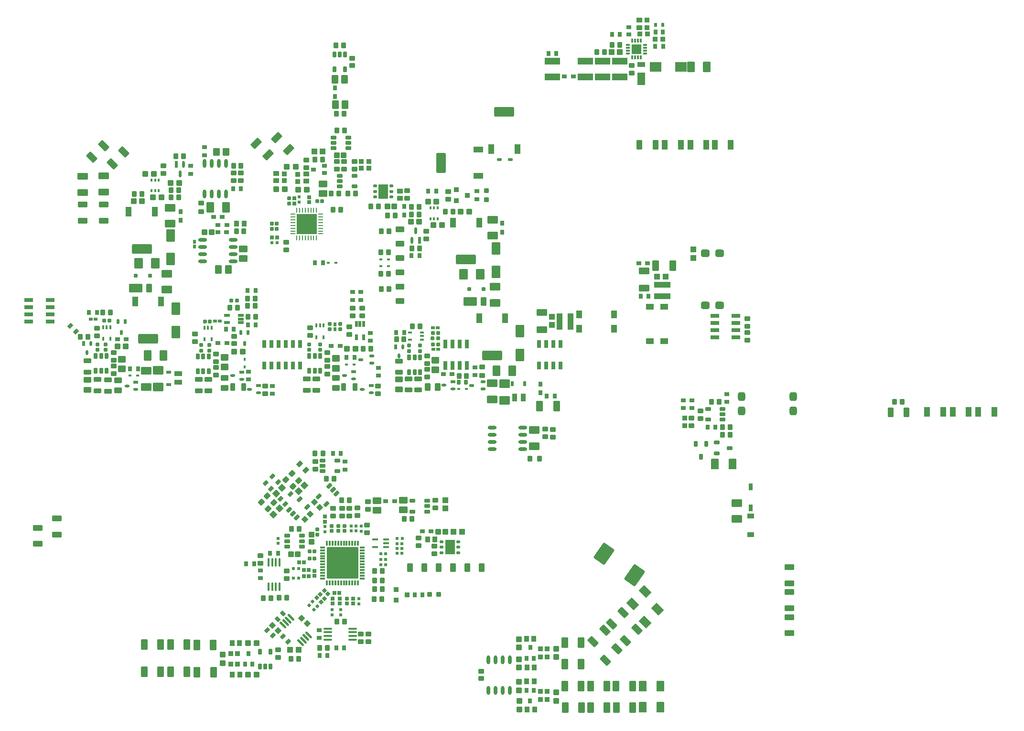
<source format=gbp>
G04*
G04 #@! TF.GenerationSoftware,Altium Limited,Altium Designer,21.7.2 (23)*
G04*
G04 Layer_Color=128*
%FSAX25Y25*%
%MOIN*%
G70*
G04*
G04 #@! TF.SameCoordinates,25756C21-EA0E-48A6-96D4-99705350E32D*
G04*
G04*
G04 #@! TF.FilePolarity,Positive*
G04*
G01*
G75*
G04:AMPARAMS|DCode=20|XSize=35.43mil|YSize=27.56mil|CornerRadius=2.07mil|HoleSize=0mil|Usage=FLASHONLY|Rotation=90.000|XOffset=0mil|YOffset=0mil|HoleType=Round|Shape=RoundedRectangle|*
%AMROUNDEDRECTD20*
21,1,0.03543,0.02343,0,0,90.0*
21,1,0.03130,0.02756,0,0,90.0*
1,1,0.00413,0.01171,0.01565*
1,1,0.00413,0.01171,-0.01565*
1,1,0.00413,-0.01171,-0.01565*
1,1,0.00413,-0.01171,0.01565*
%
%ADD20ROUNDEDRECTD20*%
G04:AMPARAMS|DCode=22|XSize=37.4mil|YSize=31.5mil|CornerRadius=2.36mil|HoleSize=0mil|Usage=FLASHONLY|Rotation=90.000|XOffset=0mil|YOffset=0mil|HoleType=Round|Shape=RoundedRectangle|*
%AMROUNDEDRECTD22*
21,1,0.03740,0.02677,0,0,90.0*
21,1,0.03268,0.03150,0,0,90.0*
1,1,0.00472,0.01339,0.01634*
1,1,0.00472,0.01339,-0.01634*
1,1,0.00472,-0.01339,-0.01634*
1,1,0.00472,-0.01339,0.01634*
%
%ADD22ROUNDEDRECTD22*%
G04:AMPARAMS|DCode=23|XSize=37.4mil|YSize=31.5mil|CornerRadius=2.36mil|HoleSize=0mil|Usage=FLASHONLY|Rotation=0.000|XOffset=0mil|YOffset=0mil|HoleType=Round|Shape=RoundedRectangle|*
%AMROUNDEDRECTD23*
21,1,0.03740,0.02677,0,0,0.0*
21,1,0.03268,0.03150,0,0,0.0*
1,1,0.00472,0.01634,-0.01339*
1,1,0.00472,-0.01634,-0.01339*
1,1,0.00472,-0.01634,0.01339*
1,1,0.00472,0.01634,0.01339*
%
%ADD23ROUNDEDRECTD23*%
G04:AMPARAMS|DCode=26|XSize=37.4mil|YSize=33.47mil|CornerRadius=2.51mil|HoleSize=0mil|Usage=FLASHONLY|Rotation=0.000|XOffset=0mil|YOffset=0mil|HoleType=Round|Shape=RoundedRectangle|*
%AMROUNDEDRECTD26*
21,1,0.03740,0.02845,0,0,0.0*
21,1,0.03238,0.03347,0,0,0.0*
1,1,0.00502,0.01619,-0.01422*
1,1,0.00502,-0.01619,-0.01422*
1,1,0.00502,-0.01619,0.01422*
1,1,0.00502,0.01619,0.01422*
%
%ADD26ROUNDEDRECTD26*%
G04:AMPARAMS|DCode=28|XSize=37.4mil|YSize=37.4mil|CornerRadius=2.81mil|HoleSize=0mil|Usage=FLASHONLY|Rotation=90.000|XOffset=0mil|YOffset=0mil|HoleType=Round|Shape=RoundedRectangle|*
%AMROUNDEDRECTD28*
21,1,0.03740,0.03179,0,0,90.0*
21,1,0.03179,0.03740,0,0,90.0*
1,1,0.00561,0.01590,0.01590*
1,1,0.00561,0.01590,-0.01590*
1,1,0.00561,-0.01590,-0.01590*
1,1,0.00561,-0.01590,0.01590*
%
%ADD28ROUNDEDRECTD28*%
G04:AMPARAMS|DCode=29|XSize=37.4mil|YSize=37.4mil|CornerRadius=2.81mil|HoleSize=0mil|Usage=FLASHONLY|Rotation=180.000|XOffset=0mil|YOffset=0mil|HoleType=Round|Shape=RoundedRectangle|*
%AMROUNDEDRECTD29*
21,1,0.03740,0.03179,0,0,180.0*
21,1,0.03179,0.03740,0,0,180.0*
1,1,0.00561,-0.01590,0.01590*
1,1,0.00561,0.01590,0.01590*
1,1,0.00561,0.01590,-0.01590*
1,1,0.00561,-0.01590,-0.01590*
%
%ADD29ROUNDEDRECTD29*%
G04:AMPARAMS|DCode=30|XSize=57.09mil|YSize=49.21mil|CornerRadius=3.69mil|HoleSize=0mil|Usage=FLASHONLY|Rotation=0.000|XOffset=0mil|YOffset=0mil|HoleType=Round|Shape=RoundedRectangle|*
%AMROUNDEDRECTD30*
21,1,0.05709,0.04183,0,0,0.0*
21,1,0.04970,0.04921,0,0,0.0*
1,1,0.00738,0.02485,-0.02092*
1,1,0.00738,-0.02485,-0.02092*
1,1,0.00738,-0.02485,0.02092*
1,1,0.00738,0.02485,0.02092*
%
%ADD30ROUNDEDRECTD30*%
G04:AMPARAMS|DCode=31|XSize=57.09mil|YSize=49.21mil|CornerRadius=3.69mil|HoleSize=0mil|Usage=FLASHONLY|Rotation=90.000|XOffset=0mil|YOffset=0mil|HoleType=Round|Shape=RoundedRectangle|*
%AMROUNDEDRECTD31*
21,1,0.05709,0.04183,0,0,90.0*
21,1,0.04970,0.04921,0,0,90.0*
1,1,0.00738,0.02092,0.02485*
1,1,0.00738,0.02092,-0.02485*
1,1,0.00738,-0.02092,-0.02485*
1,1,0.00738,-0.02092,0.02485*
%
%ADD31ROUNDEDRECTD31*%
G04:AMPARAMS|DCode=32|XSize=37.4mil|YSize=33.47mil|CornerRadius=2.51mil|HoleSize=0mil|Usage=FLASHONLY|Rotation=270.000|XOffset=0mil|YOffset=0mil|HoleType=Round|Shape=RoundedRectangle|*
%AMROUNDEDRECTD32*
21,1,0.03740,0.02845,0,0,270.0*
21,1,0.03238,0.03347,0,0,270.0*
1,1,0.00502,-0.01422,-0.01619*
1,1,0.00502,-0.01422,0.01619*
1,1,0.00502,0.01422,0.01619*
1,1,0.00502,0.01422,-0.01619*
%
%ADD32ROUNDEDRECTD32*%
G04:AMPARAMS|DCode=33|XSize=25.59mil|YSize=25.59mil|CornerRadius=1.92mil|HoleSize=0mil|Usage=FLASHONLY|Rotation=270.000|XOffset=0mil|YOffset=0mil|HoleType=Round|Shape=RoundedRectangle|*
%AMROUNDEDRECTD33*
21,1,0.02559,0.02175,0,0,270.0*
21,1,0.02175,0.02559,0,0,270.0*
1,1,0.00384,-0.01088,-0.01088*
1,1,0.00384,-0.01088,0.01088*
1,1,0.00384,0.01088,0.01088*
1,1,0.00384,0.01088,-0.01088*
%
%ADD33ROUNDEDRECTD33*%
G04:AMPARAMS|DCode=34|XSize=21.65mil|YSize=23.62mil|CornerRadius=1.62mil|HoleSize=0mil|Usage=FLASHONLY|Rotation=270.000|XOffset=0mil|YOffset=0mil|HoleType=Round|Shape=RoundedRectangle|*
%AMROUNDEDRECTD34*
21,1,0.02165,0.02037,0,0,270.0*
21,1,0.01841,0.02362,0,0,270.0*
1,1,0.00325,-0.01019,-0.00920*
1,1,0.00325,-0.01019,0.00920*
1,1,0.00325,0.01019,0.00920*
1,1,0.00325,0.01019,-0.00920*
%
%ADD34ROUNDEDRECTD34*%
G04:AMPARAMS|DCode=35|XSize=24.41mil|YSize=25.98mil|CornerRadius=1.83mil|HoleSize=0mil|Usage=FLASHONLY|Rotation=90.000|XOffset=0mil|YOffset=0mil|HoleType=Round|Shape=RoundedRectangle|*
%AMROUNDEDRECTD35*
21,1,0.02441,0.02232,0,0,90.0*
21,1,0.02075,0.02598,0,0,90.0*
1,1,0.00366,0.01116,0.01037*
1,1,0.00366,0.01116,-0.01037*
1,1,0.00366,-0.01116,-0.01037*
1,1,0.00366,-0.01116,0.01037*
%
%ADD35ROUNDEDRECTD35*%
G04:AMPARAMS|DCode=37|XSize=37.4mil|YSize=37.4mil|CornerRadius=3.74mil|HoleSize=0mil|Usage=FLASHONLY|Rotation=90.000|XOffset=0mil|YOffset=0mil|HoleType=Round|Shape=RoundedRectangle|*
%AMROUNDEDRECTD37*
21,1,0.03740,0.02992,0,0,90.0*
21,1,0.02992,0.03740,0,0,90.0*
1,1,0.00748,0.01496,0.01496*
1,1,0.00748,0.01496,-0.01496*
1,1,0.00748,-0.01496,-0.01496*
1,1,0.00748,-0.01496,0.01496*
%
%ADD37ROUNDEDRECTD37*%
G04:AMPARAMS|DCode=41|XSize=31.5mil|YSize=31.5mil|CornerRadius=3.15mil|HoleSize=0mil|Usage=FLASHONLY|Rotation=0.000|XOffset=0mil|YOffset=0mil|HoleType=Round|Shape=RoundedRectangle|*
%AMROUNDEDRECTD41*
21,1,0.03150,0.02520,0,0,0.0*
21,1,0.02520,0.03150,0,0,0.0*
1,1,0.00630,0.01260,-0.01260*
1,1,0.00630,-0.01260,-0.01260*
1,1,0.00630,-0.01260,0.01260*
1,1,0.00630,0.01260,0.01260*
%
%ADD41ROUNDEDRECTD41*%
G04:AMPARAMS|DCode=42|XSize=70.87mil|YSize=45.28mil|CornerRadius=4.53mil|HoleSize=0mil|Usage=FLASHONLY|Rotation=180.000|XOffset=0mil|YOffset=0mil|HoleType=Round|Shape=RoundedRectangle|*
%AMROUNDEDRECTD42*
21,1,0.07087,0.03622,0,0,180.0*
21,1,0.06181,0.04528,0,0,180.0*
1,1,0.00906,-0.03091,0.01811*
1,1,0.00906,0.03091,0.01811*
1,1,0.00906,0.03091,-0.01811*
1,1,0.00906,-0.03091,-0.01811*
%
%ADD42ROUNDEDRECTD42*%
G04:AMPARAMS|DCode=44|XSize=39.37mil|YSize=31.5mil|CornerRadius=3.15mil|HoleSize=0mil|Usage=FLASHONLY|Rotation=180.000|XOffset=0mil|YOffset=0mil|HoleType=Round|Shape=RoundedRectangle|*
%AMROUNDEDRECTD44*
21,1,0.03937,0.02520,0,0,180.0*
21,1,0.03307,0.03150,0,0,180.0*
1,1,0.00630,-0.01654,0.01260*
1,1,0.00630,0.01654,0.01260*
1,1,0.00630,0.01654,-0.01260*
1,1,0.00630,-0.01654,-0.01260*
%
%ADD44ROUNDEDRECTD44*%
G04:AMPARAMS|DCode=46|XSize=27.56mil|YSize=33.47mil|CornerRadius=2.76mil|HoleSize=0mil|Usage=FLASHONLY|Rotation=0.000|XOffset=0mil|YOffset=0mil|HoleType=Round|Shape=RoundedRectangle|*
%AMROUNDEDRECTD46*
21,1,0.02756,0.02795,0,0,0.0*
21,1,0.02205,0.03347,0,0,0.0*
1,1,0.00551,0.01102,-0.01398*
1,1,0.00551,-0.01102,-0.01398*
1,1,0.00551,-0.01102,0.01398*
1,1,0.00551,0.01102,0.01398*
%
%ADD46ROUNDEDRECTD46*%
G04:AMPARAMS|DCode=47|XSize=23.62mil|YSize=39.37mil|CornerRadius=2.95mil|HoleSize=0mil|Usage=FLASHONLY|Rotation=270.000|XOffset=0mil|YOffset=0mil|HoleType=Round|Shape=RoundedRectangle|*
%AMROUNDEDRECTD47*
21,1,0.02362,0.03347,0,0,270.0*
21,1,0.01772,0.03937,0,0,270.0*
1,1,0.00591,-0.01673,-0.00886*
1,1,0.00591,-0.01673,0.00886*
1,1,0.00591,0.01673,0.00886*
1,1,0.00591,0.01673,-0.00886*
%
%ADD47ROUNDEDRECTD47*%
G04:AMPARAMS|DCode=48|XSize=27.56mil|YSize=35.43mil|CornerRadius=2.76mil|HoleSize=0mil|Usage=FLASHONLY|Rotation=270.000|XOffset=0mil|YOffset=0mil|HoleType=Round|Shape=RoundedRectangle|*
%AMROUNDEDRECTD48*
21,1,0.02756,0.02992,0,0,270.0*
21,1,0.02205,0.03543,0,0,270.0*
1,1,0.00551,-0.01496,-0.01102*
1,1,0.00551,-0.01496,0.01102*
1,1,0.00551,0.01496,0.01102*
1,1,0.00551,0.01496,-0.01102*
%
%ADD48ROUNDEDRECTD48*%
G04:AMPARAMS|DCode=50|XSize=55.12mil|YSize=39.37mil|CornerRadius=4.92mil|HoleSize=0mil|Usage=FLASHONLY|Rotation=180.000|XOffset=0mil|YOffset=0mil|HoleType=Round|Shape=RoundedRectangle|*
%AMROUNDEDRECTD50*
21,1,0.05512,0.02953,0,0,180.0*
21,1,0.04528,0.03937,0,0,180.0*
1,1,0.00984,-0.02264,0.01476*
1,1,0.00984,0.02264,0.01476*
1,1,0.00984,0.02264,-0.01476*
1,1,0.00984,-0.02264,-0.01476*
%
%ADD50ROUNDEDRECTD50*%
G04:AMPARAMS|DCode=58|XSize=18.9mil|YSize=15.75mil|CornerRadius=1.58mil|HoleSize=0mil|Usage=FLASHONLY|Rotation=270.000|XOffset=0mil|YOffset=0mil|HoleType=Round|Shape=RoundedRectangle|*
%AMROUNDEDRECTD58*
21,1,0.01890,0.01260,0,0,270.0*
21,1,0.01575,0.01575,0,0,270.0*
1,1,0.00315,-0.00630,-0.00787*
1,1,0.00315,-0.00630,0.00787*
1,1,0.00315,0.00630,0.00787*
1,1,0.00315,0.00630,-0.00787*
%
%ADD58ROUNDEDRECTD58*%
G04:AMPARAMS|DCode=150|XSize=64.96mil|YSize=43.31mil|CornerRadius=2.17mil|HoleSize=0mil|Usage=FLASHONLY|Rotation=270.000|XOffset=0mil|YOffset=0mil|HoleType=Round|Shape=RoundedRectangle|*
%AMROUNDEDRECTD150*
21,1,0.06496,0.03898,0,0,270.0*
21,1,0.06063,0.04331,0,0,270.0*
1,1,0.00433,-0.01949,-0.03032*
1,1,0.00433,-0.01949,0.03032*
1,1,0.00433,0.01949,0.03032*
1,1,0.00433,0.01949,-0.03032*
%
%ADD150ROUNDEDRECTD150*%
G04:AMPARAMS|DCode=151|XSize=64.96mil|YSize=43.31mil|CornerRadius=4.33mil|HoleSize=0mil|Usage=FLASHONLY|Rotation=90.000|XOffset=0mil|YOffset=0mil|HoleType=Round|Shape=RoundedRectangle|*
%AMROUNDEDRECTD151*
21,1,0.06496,0.03465,0,0,90.0*
21,1,0.05630,0.04331,0,0,90.0*
1,1,0.00866,0.01732,0.02815*
1,1,0.00866,0.01732,-0.02815*
1,1,0.00866,-0.01732,-0.02815*
1,1,0.00866,-0.01732,0.02815*
%
%ADD151ROUNDEDRECTD151*%
G04:AMPARAMS|DCode=152|XSize=39.37mil|YSize=35.43mil|CornerRadius=4.43mil|HoleSize=0mil|Usage=FLASHONLY|Rotation=90.000|XOffset=0mil|YOffset=0mil|HoleType=Round|Shape=RoundedRectangle|*
%AMROUNDEDRECTD152*
21,1,0.03937,0.02657,0,0,90.0*
21,1,0.03051,0.03543,0,0,90.0*
1,1,0.00886,0.01329,0.01526*
1,1,0.00886,0.01329,-0.01526*
1,1,0.00886,-0.01329,-0.01526*
1,1,0.00886,-0.01329,0.01526*
%
%ADD152ROUNDEDRECTD152*%
G04:AMPARAMS|DCode=153|XSize=35.43mil|YSize=27.56mil|CornerRadius=2.07mil|HoleSize=0mil|Usage=FLASHONLY|Rotation=180.000|XOffset=0mil|YOffset=0mil|HoleType=Round|Shape=RoundedRectangle|*
%AMROUNDEDRECTD153*
21,1,0.03543,0.02343,0,0,180.0*
21,1,0.03130,0.02756,0,0,180.0*
1,1,0.00413,-0.01565,0.01171*
1,1,0.00413,0.01565,0.01171*
1,1,0.00413,0.01565,-0.01171*
1,1,0.00413,-0.01565,-0.01171*
%
%ADD153ROUNDEDRECTD153*%
G04:AMPARAMS|DCode=154|XSize=35.43mil|YSize=27.56mil|CornerRadius=2.76mil|HoleSize=0mil|Usage=FLASHONLY|Rotation=225.000|XOffset=0mil|YOffset=0mil|HoleType=Round|Shape=RoundedRectangle|*
%AMROUNDEDRECTD154*
21,1,0.03543,0.02205,0,0,225.0*
21,1,0.02992,0.02756,0,0,225.0*
1,1,0.00551,-0.01837,-0.00278*
1,1,0.00551,0.00278,0.01837*
1,1,0.00551,0.01837,0.00278*
1,1,0.00551,-0.00278,-0.01837*
%
%ADD154ROUNDEDRECTD154*%
G04:AMPARAMS|DCode=155|XSize=70.87mil|YSize=51.18mil|CornerRadius=3.84mil|HoleSize=0mil|Usage=FLASHONLY|Rotation=180.000|XOffset=0mil|YOffset=0mil|HoleType=Round|Shape=RoundedRectangle|*
%AMROUNDEDRECTD155*
21,1,0.07087,0.04350,0,0,180.0*
21,1,0.06319,0.05118,0,0,180.0*
1,1,0.00768,-0.03159,0.02175*
1,1,0.00768,0.03159,0.02175*
1,1,0.00768,0.03159,-0.02175*
1,1,0.00768,-0.03159,-0.02175*
%
%ADD155ROUNDEDRECTD155*%
G04:AMPARAMS|DCode=156|XSize=39.37mil|YSize=59.06mil|CornerRadius=3.94mil|HoleSize=0mil|Usage=FLASHONLY|Rotation=0.000|XOffset=0mil|YOffset=0mil|HoleType=Round|Shape=RoundedRectangle|*
%AMROUNDEDRECTD156*
21,1,0.03937,0.05118,0,0,0.0*
21,1,0.03150,0.05906,0,0,0.0*
1,1,0.00787,0.01575,-0.02559*
1,1,0.00787,-0.01575,-0.02559*
1,1,0.00787,-0.01575,0.02559*
1,1,0.00787,0.01575,0.02559*
%
%ADD156ROUNDEDRECTD156*%
G04:AMPARAMS|DCode=157|XSize=21.65mil|YSize=23.62mil|CornerRadius=1.62mil|HoleSize=0mil|Usage=FLASHONLY|Rotation=0.000|XOffset=0mil|YOffset=0mil|HoleType=Round|Shape=RoundedRectangle|*
%AMROUNDEDRECTD157*
21,1,0.02165,0.02037,0,0,0.0*
21,1,0.01841,0.02362,0,0,0.0*
1,1,0.00325,0.00920,-0.01019*
1,1,0.00325,-0.00920,-0.01019*
1,1,0.00325,-0.00920,0.01019*
1,1,0.00325,0.00920,0.01019*
%
%ADD157ROUNDEDRECTD157*%
G04:AMPARAMS|DCode=158|XSize=21.65mil|YSize=21.65mil|CornerRadius=1.62mil|HoleSize=0mil|Usage=FLASHONLY|Rotation=90.000|XOffset=0mil|YOffset=0mil|HoleType=Round|Shape=RoundedRectangle|*
%AMROUNDEDRECTD158*
21,1,0.02165,0.01841,0,0,90.0*
21,1,0.01841,0.02165,0,0,90.0*
1,1,0.00325,0.00920,0.00920*
1,1,0.00325,0.00920,-0.00920*
1,1,0.00325,-0.00920,-0.00920*
1,1,0.00325,-0.00920,0.00920*
%
%ADD158ROUNDEDRECTD158*%
G04:AMPARAMS|DCode=159|XSize=39.37mil|YSize=13.78mil|CornerRadius=1.03mil|HoleSize=0mil|Usage=FLASHONLY|Rotation=180.000|XOffset=0mil|YOffset=0mil|HoleType=Round|Shape=RoundedRectangle|*
%AMROUNDEDRECTD159*
21,1,0.03937,0.01171,0,0,180.0*
21,1,0.03730,0.01378,0,0,180.0*
1,1,0.00207,-0.01865,0.00586*
1,1,0.00207,0.01865,0.00586*
1,1,0.00207,0.01865,-0.00586*
1,1,0.00207,-0.01865,-0.00586*
%
%ADD159ROUNDEDRECTD159*%
G04:AMPARAMS|DCode=160|XSize=37.4mil|YSize=37.4mil|CornerRadius=2.81mil|HoleSize=0mil|Usage=FLASHONLY|Rotation=45.000|XOffset=0mil|YOffset=0mil|HoleType=Round|Shape=RoundedRectangle|*
%AMROUNDEDRECTD160*
21,1,0.03740,0.03179,0,0,45.0*
21,1,0.03179,0.03740,0,0,45.0*
1,1,0.00561,0.02248,0.00000*
1,1,0.00561,0.00000,-0.02248*
1,1,0.00561,-0.02248,0.00000*
1,1,0.00561,0.00000,0.02248*
%
%ADD160ROUNDEDRECTD160*%
G04:AMPARAMS|DCode=161|XSize=74.8mil|YSize=53.15mil|CornerRadius=3.99mil|HoleSize=0mil|Usage=FLASHONLY|Rotation=315.000|XOffset=0mil|YOffset=0mil|HoleType=Round|Shape=RoundedRectangle|*
%AMROUNDEDRECTD161*
21,1,0.07480,0.04518,0,0,315.0*
21,1,0.06683,0.05315,0,0,315.0*
1,1,0.00797,0.00766,-0.03960*
1,1,0.00797,-0.03960,0.00766*
1,1,0.00797,-0.00766,0.03960*
1,1,0.00797,0.03960,-0.00766*
%
%ADD161ROUNDEDRECTD161*%
G04:AMPARAMS|DCode=162|XSize=74.8mil|YSize=53.15mil|CornerRadius=3.99mil|HoleSize=0mil|Usage=FLASHONLY|Rotation=270.000|XOffset=0mil|YOffset=0mil|HoleType=Round|Shape=RoundedRectangle|*
%AMROUNDEDRECTD162*
21,1,0.07480,0.04518,0,0,270.0*
21,1,0.06683,0.05315,0,0,270.0*
1,1,0.00797,-0.02259,-0.03342*
1,1,0.00797,-0.02259,0.03342*
1,1,0.00797,0.02259,0.03342*
1,1,0.00797,0.02259,-0.03342*
%
%ADD162ROUNDEDRECTD162*%
G04:AMPARAMS|DCode=163|XSize=39.37mil|YSize=41.34mil|CornerRadius=2.95mil|HoleSize=0mil|Usage=FLASHONLY|Rotation=270.000|XOffset=0mil|YOffset=0mil|HoleType=Round|Shape=RoundedRectangle|*
%AMROUNDEDRECTD163*
21,1,0.03937,0.03543,0,0,270.0*
21,1,0.03347,0.04134,0,0,270.0*
1,1,0.00591,-0.01772,-0.01673*
1,1,0.00591,-0.01772,0.01673*
1,1,0.00591,0.01772,0.01673*
1,1,0.00591,0.01772,-0.01673*
%
%ADD163ROUNDEDRECTD163*%
G04:AMPARAMS|DCode=164|XSize=39.37mil|YSize=35.43mil|CornerRadius=2.66mil|HoleSize=0mil|Usage=FLASHONLY|Rotation=90.000|XOffset=0mil|YOffset=0mil|HoleType=Round|Shape=RoundedRectangle|*
%AMROUNDEDRECTD164*
21,1,0.03937,0.03012,0,0,90.0*
21,1,0.03406,0.03543,0,0,90.0*
1,1,0.00532,0.01506,0.01703*
1,1,0.00532,0.01506,-0.01703*
1,1,0.00532,-0.01506,-0.01703*
1,1,0.00532,-0.01506,0.01703*
%
%ADD164ROUNDEDRECTD164*%
G04:AMPARAMS|DCode=165|XSize=31.5mil|YSize=35.43mil|CornerRadius=2.36mil|HoleSize=0mil|Usage=FLASHONLY|Rotation=270.000|XOffset=0mil|YOffset=0mil|HoleType=Round|Shape=RoundedRectangle|*
%AMROUNDEDRECTD165*
21,1,0.03150,0.03071,0,0,270.0*
21,1,0.02677,0.03543,0,0,270.0*
1,1,0.00472,-0.01535,-0.01339*
1,1,0.00472,-0.01535,0.01339*
1,1,0.00472,0.01535,0.01339*
1,1,0.00472,0.01535,-0.01339*
%
%ADD165ROUNDEDRECTD165*%
G04:AMPARAMS|DCode=166|XSize=39.37mil|YSize=41.34mil|CornerRadius=2.95mil|HoleSize=0mil|Usage=FLASHONLY|Rotation=135.000|XOffset=0mil|YOffset=0mil|HoleType=Round|Shape=RoundedRectangle|*
%AMROUNDEDRECTD166*
21,1,0.03937,0.03543,0,0,135.0*
21,1,0.03347,0.04134,0,0,135.0*
1,1,0.00591,0.00070,0.02436*
1,1,0.00591,0.02436,0.00070*
1,1,0.00591,-0.00070,-0.02436*
1,1,0.00591,-0.02436,-0.00070*
%
%ADD166ROUNDEDRECTD166*%
G04:AMPARAMS|DCode=167|XSize=25.2mil|YSize=26.77mil|CornerRadius=1.89mil|HoleSize=0mil|Usage=FLASHONLY|Rotation=180.000|XOffset=0mil|YOffset=0mil|HoleType=Round|Shape=RoundedRectangle|*
%AMROUNDEDRECTD167*
21,1,0.02520,0.02299,0,0,180.0*
21,1,0.02142,0.02677,0,0,180.0*
1,1,0.00378,-0.01071,0.01150*
1,1,0.00378,0.01071,0.01150*
1,1,0.00378,0.01071,-0.01150*
1,1,0.00378,-0.01071,-0.01150*
%
%ADD167ROUNDEDRECTD167*%
G04:AMPARAMS|DCode=168|XSize=37.4mil|YSize=33.47mil|CornerRadius=2.51mil|HoleSize=0mil|Usage=FLASHONLY|Rotation=225.000|XOffset=0mil|YOffset=0mil|HoleType=Round|Shape=RoundedRectangle|*
%AMROUNDEDRECTD168*
21,1,0.03740,0.02845,0,0,225.0*
21,1,0.03238,0.03347,0,0,225.0*
1,1,0.00502,-0.02151,-0.00139*
1,1,0.00502,0.00139,0.02151*
1,1,0.00502,0.02151,0.00139*
1,1,0.00502,-0.00139,-0.02151*
%
%ADD168ROUNDEDRECTD168*%
G04:AMPARAMS|DCode=169|XSize=25.2mil|YSize=26.77mil|CornerRadius=1.89mil|HoleSize=0mil|Usage=FLASHONLY|Rotation=270.000|XOffset=0mil|YOffset=0mil|HoleType=Round|Shape=RoundedRectangle|*
%AMROUNDEDRECTD169*
21,1,0.02520,0.02299,0,0,270.0*
21,1,0.02142,0.02677,0,0,270.0*
1,1,0.00378,-0.01150,-0.01071*
1,1,0.00378,-0.01150,0.01071*
1,1,0.00378,0.01150,0.01071*
1,1,0.00378,0.01150,-0.01071*
%
%ADD169ROUNDEDRECTD169*%
G04:AMPARAMS|DCode=170|XSize=39.37mil|YSize=35.43mil|CornerRadius=2.66mil|HoleSize=0mil|Usage=FLASHONLY|Rotation=180.000|XOffset=0mil|YOffset=0mil|HoleType=Round|Shape=RoundedRectangle|*
%AMROUNDEDRECTD170*
21,1,0.03937,0.03012,0,0,180.0*
21,1,0.03406,0.03543,0,0,180.0*
1,1,0.00532,-0.01703,0.01506*
1,1,0.00532,0.01703,0.01506*
1,1,0.00532,0.01703,-0.01506*
1,1,0.00532,-0.01703,-0.01506*
%
%ADD170ROUNDEDRECTD170*%
G04:AMPARAMS|DCode=171|XSize=70.87mil|YSize=51.18mil|CornerRadius=3.84mil|HoleSize=0mil|Usage=FLASHONLY|Rotation=270.000|XOffset=0mil|YOffset=0mil|HoleType=Round|Shape=RoundedRectangle|*
%AMROUNDEDRECTD171*
21,1,0.07087,0.04350,0,0,270.0*
21,1,0.06319,0.05118,0,0,270.0*
1,1,0.00768,-0.02175,-0.03159*
1,1,0.00768,-0.02175,0.03159*
1,1,0.00768,0.02175,0.03159*
1,1,0.00768,0.02175,-0.03159*
%
%ADD171ROUNDEDRECTD171*%
G04:AMPARAMS|DCode=172|XSize=37.4mil|YSize=33.47mil|CornerRadius=2.51mil|HoleSize=0mil|Usage=FLASHONLY|Rotation=315.000|XOffset=0mil|YOffset=0mil|HoleType=Round|Shape=RoundedRectangle|*
%AMROUNDEDRECTD172*
21,1,0.03740,0.02845,0,0,315.0*
21,1,0.03238,0.03347,0,0,315.0*
1,1,0.00502,0.00139,-0.02151*
1,1,0.00502,-0.02151,0.00139*
1,1,0.00502,-0.00139,0.02151*
1,1,0.00502,0.02151,-0.00139*
%
%ADD172ROUNDEDRECTD172*%
G04:AMPARAMS|DCode=173|XSize=39.37mil|YSize=41.34mil|CornerRadius=2.95mil|HoleSize=0mil|Usage=FLASHONLY|Rotation=0.000|XOffset=0mil|YOffset=0mil|HoleType=Round|Shape=RoundedRectangle|*
%AMROUNDEDRECTD173*
21,1,0.03937,0.03543,0,0,0.0*
21,1,0.03347,0.04134,0,0,0.0*
1,1,0.00591,0.01673,-0.01772*
1,1,0.00591,-0.01673,-0.01772*
1,1,0.00591,-0.01673,0.01772*
1,1,0.00591,0.01673,0.01772*
%
%ADD173ROUNDEDRECTD173*%
G04:AMPARAMS|DCode=174|XSize=27.56mil|YSize=33.47mil|CornerRadius=2.07mil|HoleSize=0mil|Usage=FLASHONLY|Rotation=90.000|XOffset=0mil|YOffset=0mil|HoleType=Round|Shape=RoundedRectangle|*
%AMROUNDEDRECTD174*
21,1,0.02756,0.02933,0,0,90.0*
21,1,0.02343,0.03347,0,0,90.0*
1,1,0.00413,0.01467,0.01171*
1,1,0.00413,0.01467,-0.01171*
1,1,0.00413,-0.01467,-0.01171*
1,1,0.00413,-0.01467,0.01171*
%
%ADD174ROUNDEDRECTD174*%
G04:AMPARAMS|DCode=175|XSize=70.87mil|YSize=45.28mil|CornerRadius=3.4mil|HoleSize=0mil|Usage=FLASHONLY|Rotation=0.000|XOffset=0mil|YOffset=0mil|HoleType=Round|Shape=RoundedRectangle|*
%AMROUNDEDRECTD175*
21,1,0.07087,0.03848,0,0,0.0*
21,1,0.06408,0.04528,0,0,0.0*
1,1,0.00679,0.03204,-0.01924*
1,1,0.00679,-0.03204,-0.01924*
1,1,0.00679,-0.03204,0.01924*
1,1,0.00679,0.03204,0.01924*
%
%ADD175ROUNDEDRECTD175*%
G04:AMPARAMS|DCode=176|XSize=70.87mil|YSize=45.28mil|CornerRadius=3.4mil|HoleSize=0mil|Usage=FLASHONLY|Rotation=90.000|XOffset=0mil|YOffset=0mil|HoleType=Round|Shape=RoundedRectangle|*
%AMROUNDEDRECTD176*
21,1,0.07087,0.03848,0,0,90.0*
21,1,0.06408,0.04528,0,0,90.0*
1,1,0.00679,0.01924,0.03204*
1,1,0.00679,0.01924,-0.03204*
1,1,0.00679,-0.01924,-0.03204*
1,1,0.00679,-0.01924,0.03204*
%
%ADD176ROUNDEDRECTD176*%
%ADD177O,0.06299X0.02362*%
G04:AMPARAMS|DCode=178|XSize=25.59mil|YSize=25.59mil|CornerRadius=1.92mil|HoleSize=0mil|Usage=FLASHONLY|Rotation=180.000|XOffset=0mil|YOffset=0mil|HoleType=Round|Shape=RoundedRectangle|*
%AMROUNDEDRECTD178*
21,1,0.02559,0.02175,0,0,180.0*
21,1,0.02175,0.02559,0,0,180.0*
1,1,0.00384,-0.01088,0.01088*
1,1,0.00384,0.01088,0.01088*
1,1,0.00384,0.01088,-0.01088*
1,1,0.00384,-0.01088,-0.01088*
%
%ADD178ROUNDEDRECTD178*%
G04:AMPARAMS|DCode=179|XSize=24.41mil|YSize=25.98mil|CornerRadius=1.83mil|HoleSize=0mil|Usage=FLASHONLY|Rotation=0.000|XOffset=0mil|YOffset=0mil|HoleType=Round|Shape=RoundedRectangle|*
%AMROUNDEDRECTD179*
21,1,0.02441,0.02232,0,0,0.0*
21,1,0.02075,0.02598,0,0,0.0*
1,1,0.00366,0.01037,-0.01116*
1,1,0.00366,-0.01037,-0.01116*
1,1,0.00366,-0.01037,0.01116*
1,1,0.00366,0.01037,0.01116*
%
%ADD179ROUNDEDRECTD179*%
G04:AMPARAMS|DCode=180|XSize=35.43mil|YSize=27.56mil|CornerRadius=2.76mil|HoleSize=0mil|Usage=FLASHONLY|Rotation=90.000|XOffset=0mil|YOffset=0mil|HoleType=Round|Shape=RoundedRectangle|*
%AMROUNDEDRECTD180*
21,1,0.03543,0.02205,0,0,90.0*
21,1,0.02992,0.02756,0,0,90.0*
1,1,0.00551,0.01102,0.01496*
1,1,0.00551,0.01102,-0.01496*
1,1,0.00551,-0.01102,-0.01496*
1,1,0.00551,-0.01102,0.01496*
%
%ADD180ROUNDEDRECTD180*%
G04:AMPARAMS|DCode=181|XSize=57.87mil|YSize=29.13mil|CornerRadius=2.91mil|HoleSize=0mil|Usage=FLASHONLY|Rotation=180.000|XOffset=0mil|YOffset=0mil|HoleType=Round|Shape=RoundedRectangle|*
%AMROUNDEDRECTD181*
21,1,0.05787,0.02331,0,0,180.0*
21,1,0.05205,0.02913,0,0,180.0*
1,1,0.00583,-0.02602,0.01165*
1,1,0.00583,0.02602,0.01165*
1,1,0.00583,0.02602,-0.01165*
1,1,0.00583,-0.02602,-0.01165*
%
%ADD181ROUNDEDRECTD181*%
G04:AMPARAMS|DCode=182|XSize=23.62mil|YSize=39.37mil|CornerRadius=2.95mil|HoleSize=0mil|Usage=FLASHONLY|Rotation=0.000|XOffset=0mil|YOffset=0mil|HoleType=Round|Shape=RoundedRectangle|*
%AMROUNDEDRECTD182*
21,1,0.02362,0.03347,0,0,0.0*
21,1,0.01772,0.03937,0,0,0.0*
1,1,0.00591,0.00886,-0.01673*
1,1,0.00591,-0.00886,-0.01673*
1,1,0.00591,-0.00886,0.01673*
1,1,0.00591,0.00886,0.01673*
%
%ADD182ROUNDEDRECTD182*%
%ADD183R,0.02913X0.05787*%
G04:AMPARAMS|DCode=184|XSize=94.49mil|YSize=129.92mil|CornerRadius=9.45mil|HoleSize=0mil|Usage=FLASHONLY|Rotation=325.000|XOffset=0mil|YOffset=0mil|HoleType=Round|Shape=RoundedRectangle|*
%AMROUNDEDRECTD184*
21,1,0.09449,0.11102,0,0,325.0*
21,1,0.07559,0.12992,0,0,325.0*
1,1,0.01890,-0.00088,-0.06715*
1,1,0.01890,-0.06280,-0.02379*
1,1,0.01890,0.00088,0.06715*
1,1,0.01890,0.06280,0.02379*
%
%ADD184ROUNDEDRECTD184*%
%ADD185R,0.02480X0.03268*%
%ADD186R,0.03268X0.02480*%
%ADD187R,0.03740X0.05315*%
%ADD188R,0.05315X0.03740*%
%ADD189R,0.04134X0.03543*%
%ADD190R,0.03740X0.03347*%
%ADD191R,0.03347X0.03740*%
%ADD192R,0.03347X0.02756*%
%ADD193R,0.06929X0.06929*%
%ADD194R,0.01181X0.03150*%
%ADD195R,0.03150X0.01181*%
%ADD196R,0.07874X0.07087*%
%ADD197R,0.05512X0.08661*%
%ADD198R,0.05512X0.03543*%
%ADD199R,0.10630X0.05118*%
%ADD200R,0.02756X0.03543*%
%ADD201R,0.03347X0.02756*%
%ADD202R,0.03150X0.03740*%
%ADD203R,0.02362X0.03150*%
%ADD204R,0.02756X0.03347*%
%ADD205R,0.03937X0.11811*%
%ADD206R,0.03937X0.05512*%
%ADD207R,0.05512X0.03937*%
%ADD208R,0.11811X0.03937*%
G04:AMPARAMS|DCode=209|XSize=37.4mil|YSize=31.5mil|CornerRadius=1.58mil|HoleSize=0mil|Usage=FLASHONLY|Rotation=90.000|XOffset=0mil|YOffset=0mil|HoleType=Round|Shape=RoundedRectangle|*
%AMROUNDEDRECTD209*
21,1,0.03740,0.02835,0,0,90.0*
21,1,0.03425,0.03150,0,0,90.0*
1,1,0.00315,0.01417,0.01713*
1,1,0.00315,0.01417,-0.01713*
1,1,0.00315,-0.01417,-0.01713*
1,1,0.00315,-0.01417,0.01713*
%
%ADD209ROUNDEDRECTD209*%
G04:AMPARAMS|DCode=210|XSize=35.83mil|YSize=48.03mil|CornerRadius=1.79mil|HoleSize=0mil|Usage=FLASHONLY|Rotation=90.000|XOffset=0mil|YOffset=0mil|HoleType=Round|Shape=RoundedRectangle|*
%AMROUNDEDRECTD210*
21,1,0.03583,0.04445,0,0,90.0*
21,1,0.03224,0.04803,0,0,90.0*
1,1,0.00358,0.02222,0.01612*
1,1,0.00358,0.02222,-0.01612*
1,1,0.00358,-0.02222,-0.01612*
1,1,0.00358,-0.02222,0.01612*
%
%ADD210ROUNDEDRECTD210*%
G04:AMPARAMS|DCode=211|XSize=27.56mil|YSize=47.24mil|CornerRadius=1.38mil|HoleSize=0mil|Usage=FLASHONLY|Rotation=180.000|XOffset=0mil|YOffset=0mil|HoleType=Round|Shape=RoundedRectangle|*
%AMROUNDEDRECTD211*
21,1,0.02756,0.04449,0,0,180.0*
21,1,0.02480,0.04724,0,0,180.0*
1,1,0.00276,-0.01240,0.02224*
1,1,0.00276,0.01240,0.02224*
1,1,0.00276,0.01240,-0.02224*
1,1,0.00276,-0.01240,-0.02224*
%
%ADD211ROUNDEDRECTD211*%
G04:AMPARAMS|DCode=212|XSize=37.4mil|YSize=31.5mil|CornerRadius=1.58mil|HoleSize=0mil|Usage=FLASHONLY|Rotation=180.000|XOffset=0mil|YOffset=0mil|HoleType=Round|Shape=RoundedRectangle|*
%AMROUNDEDRECTD212*
21,1,0.03740,0.02835,0,0,180.0*
21,1,0.03425,0.03150,0,0,180.0*
1,1,0.00315,-0.01713,0.01417*
1,1,0.00315,0.01713,0.01417*
1,1,0.00315,0.01713,-0.01417*
1,1,0.00315,-0.01713,-0.01417*
%
%ADD212ROUNDEDRECTD212*%
G04:AMPARAMS|DCode=213|XSize=51.18mil|YSize=59.06mil|CornerRadius=12.8mil|HoleSize=0mil|Usage=FLASHONLY|Rotation=270.000|XOffset=0mil|YOffset=0mil|HoleType=Round|Shape=RoundedRectangle|*
%AMROUNDEDRECTD213*
21,1,0.05118,0.03347,0,0,270.0*
21,1,0.02559,0.05906,0,0,270.0*
1,1,0.02559,-0.01673,-0.01280*
1,1,0.02559,-0.01673,0.01280*
1,1,0.02559,0.01673,0.01280*
1,1,0.02559,0.01673,-0.01280*
%
%ADD213ROUNDEDRECTD213*%
G04:AMPARAMS|DCode=214|XSize=21.65mil|YSize=21.65mil|CornerRadius=2.17mil|HoleSize=0mil|Usage=FLASHONLY|Rotation=180.000|XOffset=0mil|YOffset=0mil|HoleType=Round|Shape=RoundedRectangle|*
%AMROUNDEDRECTD214*
21,1,0.02165,0.01732,0,0,180.0*
21,1,0.01732,0.02165,0,0,180.0*
1,1,0.00433,-0.00866,0.00866*
1,1,0.00433,0.00866,0.00866*
1,1,0.00433,0.00866,-0.00866*
1,1,0.00433,-0.00866,-0.00866*
%
%ADD214ROUNDEDRECTD214*%
G04:AMPARAMS|DCode=215|XSize=23.62mil|YSize=39.37mil|CornerRadius=2.95mil|HoleSize=0mil|Usage=FLASHONLY|Rotation=315.000|XOffset=0mil|YOffset=0mil|HoleType=Round|Shape=RoundedRectangle|*
%AMROUNDEDRECTD215*
21,1,0.02362,0.03347,0,0,315.0*
21,1,0.01772,0.03937,0,0,315.0*
1,1,0.00591,-0.00557,-0.01810*
1,1,0.00591,-0.01810,-0.00557*
1,1,0.00591,0.00557,0.01810*
1,1,0.00591,0.01810,0.00557*
%
%ADD215ROUNDEDRECTD215*%
G04:AMPARAMS|DCode=216|XSize=27.56mil|YSize=33.47mil|CornerRadius=2.76mil|HoleSize=0mil|Usage=FLASHONLY|Rotation=90.000|XOffset=0mil|YOffset=0mil|HoleType=Round|Shape=RoundedRectangle|*
%AMROUNDEDRECTD216*
21,1,0.02756,0.02795,0,0,90.0*
21,1,0.02205,0.03347,0,0,90.0*
1,1,0.00551,0.01398,0.01102*
1,1,0.00551,0.01398,-0.01102*
1,1,0.00551,-0.01398,-0.01102*
1,1,0.00551,-0.01398,0.01102*
%
%ADD216ROUNDEDRECTD216*%
G04:AMPARAMS|DCode=217|XSize=70.87mil|YSize=45.28mil|CornerRadius=4.53mil|HoleSize=0mil|Usage=FLASHONLY|Rotation=90.000|XOffset=0mil|YOffset=0mil|HoleType=Round|Shape=RoundedRectangle|*
%AMROUNDEDRECTD217*
21,1,0.07087,0.03622,0,0,90.0*
21,1,0.06181,0.04528,0,0,90.0*
1,1,0.00906,0.01811,0.03091*
1,1,0.00906,0.01811,-0.03091*
1,1,0.00906,-0.01811,-0.03091*
1,1,0.00906,-0.01811,0.03091*
%
%ADD217ROUNDEDRECTD217*%
G04:AMPARAMS|DCode=218|XSize=39.37mil|YSize=41.34mil|CornerRadius=3.94mil|HoleSize=0mil|Usage=FLASHONLY|Rotation=180.000|XOffset=0mil|YOffset=0mil|HoleType=Round|Shape=RoundedRectangle|*
%AMROUNDEDRECTD218*
21,1,0.03937,0.03347,0,0,180.0*
21,1,0.03150,0.04134,0,0,180.0*
1,1,0.00787,-0.01575,0.01673*
1,1,0.00787,0.01575,0.01673*
1,1,0.00787,0.01575,-0.01673*
1,1,0.00787,-0.01575,-0.01673*
%
%ADD218ROUNDEDRECTD218*%
G04:AMPARAMS|DCode=219|XSize=35.43mil|YSize=31.5mil|CornerRadius=3.15mil|HoleSize=0mil|Usage=FLASHONLY|Rotation=270.000|XOffset=0mil|YOffset=0mil|HoleType=Round|Shape=RoundedRectangle|*
%AMROUNDEDRECTD219*
21,1,0.03543,0.02520,0,0,270.0*
21,1,0.02913,0.03150,0,0,270.0*
1,1,0.00630,-0.01260,-0.01457*
1,1,0.00630,-0.01260,0.01457*
1,1,0.00630,0.01260,0.01457*
1,1,0.00630,0.01260,-0.01457*
%
%ADD219ROUNDEDRECTD219*%
G04:AMPARAMS|DCode=220|XSize=39.37mil|YSize=35.43mil|CornerRadius=3.54mil|HoleSize=0mil|Usage=FLASHONLY|Rotation=270.000|XOffset=0mil|YOffset=0mil|HoleType=Round|Shape=RoundedRectangle|*
%AMROUNDEDRECTD220*
21,1,0.03937,0.02835,0,0,270.0*
21,1,0.03228,0.03543,0,0,270.0*
1,1,0.00709,-0.01417,-0.01614*
1,1,0.00709,-0.01417,0.01614*
1,1,0.00709,0.01417,0.01614*
1,1,0.00709,0.01417,-0.01614*
%
%ADD220ROUNDEDRECTD220*%
G04:AMPARAMS|DCode=221|XSize=39.37mil|YSize=41.34mil|CornerRadius=3.94mil|HoleSize=0mil|Usage=FLASHONLY|Rotation=270.000|XOffset=0mil|YOffset=0mil|HoleType=Round|Shape=RoundedRectangle|*
%AMROUNDEDRECTD221*
21,1,0.03937,0.03347,0,0,270.0*
21,1,0.03150,0.04134,0,0,270.0*
1,1,0.00787,-0.01673,-0.01575*
1,1,0.00787,-0.01673,0.01575*
1,1,0.00787,0.01673,0.01575*
1,1,0.00787,0.01673,-0.01575*
%
%ADD221ROUNDEDRECTD221*%
G04:AMPARAMS|DCode=222|XSize=27.56mil|YSize=35.43mil|CornerRadius=2.76mil|HoleSize=0mil|Usage=FLASHONLY|Rotation=0.000|XOffset=0mil|YOffset=0mil|HoleType=Round|Shape=RoundedRectangle|*
%AMROUNDEDRECTD222*
21,1,0.02756,0.02992,0,0,0.0*
21,1,0.02205,0.03543,0,0,0.0*
1,1,0.00551,0.01102,-0.01496*
1,1,0.00551,-0.01102,-0.01496*
1,1,0.00551,-0.01102,0.01496*
1,1,0.00551,0.01102,0.01496*
%
%ADD222ROUNDEDRECTD222*%
G04:AMPARAMS|DCode=223|XSize=64.96mil|YSize=43.31mil|CornerRadius=4.33mil|HoleSize=0mil|Usage=FLASHONLY|Rotation=180.000|XOffset=0mil|YOffset=0mil|HoleType=Round|Shape=RoundedRectangle|*
%AMROUNDEDRECTD223*
21,1,0.06496,0.03465,0,0,180.0*
21,1,0.05630,0.04331,0,0,180.0*
1,1,0.00866,-0.02815,0.01732*
1,1,0.00866,0.02815,0.01732*
1,1,0.00866,0.02815,-0.01732*
1,1,0.00866,-0.02815,-0.01732*
%
%ADD223ROUNDEDRECTD223*%
G04:AMPARAMS|DCode=224|XSize=35.43mil|YSize=27.56mil|CornerRadius=2.76mil|HoleSize=0mil|Usage=FLASHONLY|Rotation=315.000|XOffset=0mil|YOffset=0mil|HoleType=Round|Shape=RoundedRectangle|*
%AMROUNDEDRECTD224*
21,1,0.03543,0.02205,0,0,315.0*
21,1,0.02992,0.02756,0,0,315.0*
1,1,0.00551,0.00278,-0.01837*
1,1,0.00551,-0.01837,0.00278*
1,1,0.00551,-0.00278,0.01837*
1,1,0.00551,0.01837,-0.00278*
%
%ADD224ROUNDEDRECTD224*%
G04:AMPARAMS|DCode=225|XSize=15.75mil|YSize=59.06mil|CornerRadius=0mil|HoleSize=0mil|Usage=FLASHONLY|Rotation=45.000|XOffset=0mil|YOffset=0mil|HoleType=Round|Shape=Round|*
%AMOVALD225*
21,1,0.04331,0.01575,0.00000,0.00000,135.0*
1,1,0.01575,0.01531,-0.01531*
1,1,0.01575,-0.01531,0.01531*
%
%ADD225OVALD225*%

G04:AMPARAMS|DCode=226|XSize=21.65mil|YSize=21.65mil|CornerRadius=2.17mil|HoleSize=0mil|Usage=FLASHONLY|Rotation=315.000|XOffset=0mil|YOffset=0mil|HoleType=Round|Shape=RoundedRectangle|*
%AMROUNDEDRECTD226*
21,1,0.02165,0.01732,0,0,315.0*
21,1,0.01732,0.02165,0,0,315.0*
1,1,0.00433,0.00000,-0.01225*
1,1,0.00433,-0.01225,0.00000*
1,1,0.00433,0.00000,0.01225*
1,1,0.00433,0.01225,0.00000*
%
%ADD226ROUNDEDRECTD226*%
G04:AMPARAMS|DCode=227|XSize=25.2mil|YSize=26.77mil|CornerRadius=2.52mil|HoleSize=0mil|Usage=FLASHONLY|Rotation=315.000|XOffset=0mil|YOffset=0mil|HoleType=Round|Shape=RoundedRectangle|*
%AMROUNDEDRECTD227*
21,1,0.02520,0.02173,0,0,315.0*
21,1,0.02016,0.02677,0,0,315.0*
1,1,0.00504,-0.00056,-0.01481*
1,1,0.00504,-0.01481,-0.00056*
1,1,0.00504,0.00056,0.01481*
1,1,0.00504,0.01481,0.00056*
%
%ADD227ROUNDEDRECTD227*%
G04:AMPARAMS|DCode=228|XSize=25.2mil|YSize=26.77mil|CornerRadius=2.52mil|HoleSize=0mil|Usage=FLASHONLY|Rotation=225.000|XOffset=0mil|YOffset=0mil|HoleType=Round|Shape=RoundedRectangle|*
%AMROUNDEDRECTD228*
21,1,0.02520,0.02173,0,0,225.0*
21,1,0.02016,0.02677,0,0,225.0*
1,1,0.00504,-0.01481,0.00056*
1,1,0.00504,-0.00056,0.01481*
1,1,0.00504,0.01481,-0.00056*
1,1,0.00504,0.00056,-0.01481*
%
%ADD228ROUNDEDRECTD228*%
%ADD229O,0.02362X0.06299*%
G04:AMPARAMS|DCode=230|XSize=55.12mil|YSize=47.24mil|CornerRadius=4.72mil|HoleSize=0mil|Usage=FLASHONLY|Rotation=270.000|XOffset=0mil|YOffset=0mil|HoleType=Round|Shape=RoundedRectangle|*
%AMROUNDEDRECTD230*
21,1,0.05512,0.03780,0,0,270.0*
21,1,0.04567,0.04724,0,0,270.0*
1,1,0.00945,-0.01890,-0.02284*
1,1,0.00945,-0.01890,0.02284*
1,1,0.00945,0.01890,0.02284*
1,1,0.00945,0.01890,-0.02284*
%
%ADD230ROUNDEDRECTD230*%
G04:AMPARAMS|DCode=231|XSize=37.4mil|YSize=33.47mil|CornerRadius=3.35mil|HoleSize=0mil|Usage=FLASHONLY|Rotation=180.000|XOffset=0mil|YOffset=0mil|HoleType=Round|Shape=RoundedRectangle|*
%AMROUNDEDRECTD231*
21,1,0.03740,0.02677,0,0,180.0*
21,1,0.03071,0.03347,0,0,180.0*
1,1,0.00669,-0.01535,0.01339*
1,1,0.00669,0.01535,0.01339*
1,1,0.00669,0.01535,-0.01339*
1,1,0.00669,-0.01535,-0.01339*
%
%ADD231ROUNDEDRECTD231*%
G04:AMPARAMS|DCode=232|XSize=25.2mil|YSize=26.77mil|CornerRadius=2.52mil|HoleSize=0mil|Usage=FLASHONLY|Rotation=180.000|XOffset=0mil|YOffset=0mil|HoleType=Round|Shape=RoundedRectangle|*
%AMROUNDEDRECTD232*
21,1,0.02520,0.02173,0,0,180.0*
21,1,0.02016,0.02677,0,0,180.0*
1,1,0.00504,-0.01008,0.01087*
1,1,0.00504,0.01008,0.01087*
1,1,0.00504,0.01008,-0.01087*
1,1,0.00504,-0.01008,-0.01087*
%
%ADD232ROUNDEDRECTD232*%
G04:AMPARAMS|DCode=233|XSize=39.37mil|YSize=35.43mil|CornerRadius=3.54mil|HoleSize=0mil|Usage=FLASHONLY|Rotation=180.000|XOffset=0mil|YOffset=0mil|HoleType=Round|Shape=RoundedRectangle|*
%AMROUNDEDRECTD233*
21,1,0.03937,0.02835,0,0,180.0*
21,1,0.03228,0.03543,0,0,180.0*
1,1,0.00709,-0.01614,0.01417*
1,1,0.00709,0.01614,0.01417*
1,1,0.00709,0.01614,-0.01417*
1,1,0.00709,-0.01614,-0.01417*
%
%ADD233ROUNDEDRECTD233*%
G04:AMPARAMS|DCode=234|XSize=21.65mil|YSize=21.65mil|CornerRadius=2.17mil|HoleSize=0mil|Usage=FLASHONLY|Rotation=270.000|XOffset=0mil|YOffset=0mil|HoleType=Round|Shape=RoundedRectangle|*
%AMROUNDEDRECTD234*
21,1,0.02165,0.01732,0,0,270.0*
21,1,0.01732,0.02165,0,0,270.0*
1,1,0.00433,-0.00866,-0.00866*
1,1,0.00433,-0.00866,0.00866*
1,1,0.00433,0.00866,0.00866*
1,1,0.00433,0.00866,-0.00866*
%
%ADD234ROUNDEDRECTD234*%
G04:AMPARAMS|DCode=235|XSize=25.2mil|YSize=26.77mil|CornerRadius=2.52mil|HoleSize=0mil|Usage=FLASHONLY|Rotation=270.000|XOffset=0mil|YOffset=0mil|HoleType=Round|Shape=RoundedRectangle|*
%AMROUNDEDRECTD235*
21,1,0.02520,0.02173,0,0,270.0*
21,1,0.02016,0.02677,0,0,270.0*
1,1,0.00504,-0.01087,-0.01008*
1,1,0.00504,-0.01087,0.01008*
1,1,0.00504,0.01087,0.01008*
1,1,0.00504,0.01087,-0.01008*
%
%ADD235ROUNDEDRECTD235*%
G04:AMPARAMS|DCode=236|XSize=19.68mil|YSize=31.5mil|CornerRadius=1.97mil|HoleSize=0mil|Usage=FLASHONLY|Rotation=90.000|XOffset=0mil|YOffset=0mil|HoleType=Round|Shape=RoundedRectangle|*
%AMROUNDEDRECTD236*
21,1,0.01968,0.02756,0,0,90.0*
21,1,0.01575,0.03150,0,0,90.0*
1,1,0.00394,0.01378,0.00787*
1,1,0.00394,0.01378,-0.00787*
1,1,0.00394,-0.01378,-0.00787*
1,1,0.00394,-0.01378,0.00787*
%
%ADD236ROUNDEDRECTD236*%
G04:AMPARAMS|DCode=237|XSize=137.8mil|YSize=68.9mil|CornerRadius=8.61mil|HoleSize=0mil|Usage=FLASHONLY|Rotation=180.000|XOffset=0mil|YOffset=0mil|HoleType=Round|Shape=RoundedRectangle|*
%AMROUNDEDRECTD237*
21,1,0.13780,0.05167,0,0,180.0*
21,1,0.12057,0.06890,0,0,180.0*
1,1,0.01722,-0.06029,0.02584*
1,1,0.01722,0.06029,0.02584*
1,1,0.01722,0.06029,-0.02584*
1,1,0.01722,-0.06029,-0.02584*
%
%ADD237ROUNDEDRECTD237*%
G04:AMPARAMS|DCode=238|XSize=43.31mil|YSize=68.9mil|CornerRadius=5.41mil|HoleSize=0mil|Usage=FLASHONLY|Rotation=180.000|XOffset=0mil|YOffset=0mil|HoleType=Round|Shape=RoundedRectangle|*
%AMROUNDEDRECTD238*
21,1,0.04331,0.05807,0,0,180.0*
21,1,0.03248,0.06890,0,0,180.0*
1,1,0.01083,-0.01624,0.02904*
1,1,0.01083,0.01624,0.02904*
1,1,0.01083,0.01624,-0.02904*
1,1,0.01083,-0.01624,-0.02904*
%
%ADD238ROUNDEDRECTD238*%
G04:AMPARAMS|DCode=239|XSize=43.31mil|YSize=68.9mil|CornerRadius=5.41mil|HoleSize=0mil|Usage=FLASHONLY|Rotation=180.000|XOffset=0mil|YOffset=0mil|HoleType=Round|Shape=RoundedRectangle|*
%AMROUNDEDRECTD239*
21,1,0.04331,0.05807,0,0,180.0*
21,1,0.03248,0.06890,0,0,180.0*
1,1,0.01083,-0.01624,0.02904*
1,1,0.01083,0.01624,0.02904*
1,1,0.01083,0.01624,-0.02904*
1,1,0.01083,-0.01624,-0.02904*
%
%ADD239ROUNDEDRECTD239*%
G04:AMPARAMS|DCode=240|XSize=137.8mil|YSize=68.9mil|CornerRadius=8.61mil|HoleSize=0mil|Usage=FLASHONLY|Rotation=270.000|XOffset=0mil|YOffset=0mil|HoleType=Round|Shape=RoundedRectangle|*
%AMROUNDEDRECTD240*
21,1,0.13780,0.05167,0,0,270.0*
21,1,0.12057,0.06890,0,0,270.0*
1,1,0.01722,-0.02584,-0.06029*
1,1,0.01722,-0.02584,0.06029*
1,1,0.01722,0.02584,0.06029*
1,1,0.01722,0.02584,-0.06029*
%
%ADD240ROUNDEDRECTD240*%
G04:AMPARAMS|DCode=241|XSize=43.31mil|YSize=68.9mil|CornerRadius=5.41mil|HoleSize=0mil|Usage=FLASHONLY|Rotation=270.000|XOffset=0mil|YOffset=0mil|HoleType=Round|Shape=RoundedRectangle|*
%AMROUNDEDRECTD241*
21,1,0.04331,0.05807,0,0,270.0*
21,1,0.03248,0.06890,0,0,270.0*
1,1,0.01083,-0.02904,-0.01624*
1,1,0.01083,-0.02904,0.01624*
1,1,0.01083,0.02904,0.01624*
1,1,0.01083,0.02904,-0.01624*
%
%ADD241ROUNDEDRECTD241*%
G04:AMPARAMS|DCode=242|XSize=43.31mil|YSize=68.9mil|CornerRadius=5.41mil|HoleSize=0mil|Usage=FLASHONLY|Rotation=270.000|XOffset=0mil|YOffset=0mil|HoleType=Round|Shape=RoundedRectangle|*
%AMROUNDEDRECTD242*
21,1,0.04331,0.05807,0,0,270.0*
21,1,0.03248,0.06890,0,0,270.0*
1,1,0.01083,-0.02904,-0.01624*
1,1,0.01083,-0.02904,0.01624*
1,1,0.01083,0.02904,0.01624*
1,1,0.01083,0.02904,-0.01624*
%
%ADD242ROUNDEDRECTD242*%
G04:AMPARAMS|DCode=243|XSize=43.31mil|YSize=39.37mil|CornerRadius=3.94mil|HoleSize=0mil|Usage=FLASHONLY|Rotation=270.000|XOffset=0mil|YOffset=0mil|HoleType=Round|Shape=RoundedRectangle|*
%AMROUNDEDRECTD243*
21,1,0.04331,0.03150,0,0,270.0*
21,1,0.03543,0.03937,0,0,270.0*
1,1,0.00787,-0.01575,-0.01772*
1,1,0.00787,-0.01575,0.01772*
1,1,0.00787,0.01575,0.01772*
1,1,0.00787,0.01575,-0.01772*
%
%ADD243ROUNDEDRECTD243*%
G04:AMPARAMS|DCode=244|XSize=17.72mil|YSize=23.62mil|CornerRadius=1.77mil|HoleSize=0mil|Usage=FLASHONLY|Rotation=270.000|XOffset=0mil|YOffset=0mil|HoleType=Round|Shape=RoundedRectangle|*
%AMROUNDEDRECTD244*
21,1,0.01772,0.02008,0,0,270.0*
21,1,0.01417,0.02362,0,0,270.0*
1,1,0.00354,-0.01004,-0.00709*
1,1,0.00354,-0.01004,0.00709*
1,1,0.00354,0.01004,0.00709*
1,1,0.00354,0.01004,-0.00709*
%
%ADD244ROUNDEDRECTD244*%
G04:AMPARAMS|DCode=245|XSize=68.9mil|YSize=98.43mil|CornerRadius=1.72mil|HoleSize=0mil|Usage=FLASHONLY|Rotation=0.000|XOffset=0mil|YOffset=0mil|HoleType=Round|Shape=RoundedRectangle|*
%AMROUNDEDRECTD245*
21,1,0.06890,0.09498,0,0,0.0*
21,1,0.06545,0.09843,0,0,0.0*
1,1,0.00345,0.03273,-0.04749*
1,1,0.00345,-0.03273,-0.04749*
1,1,0.00345,-0.03273,0.04749*
1,1,0.00345,0.03273,0.04749*
%
%ADD245ROUNDEDRECTD245*%
G04:AMPARAMS|DCode=246|XSize=35.43mil|YSize=27.56mil|CornerRadius=2.76mil|HoleSize=0mil|Usage=FLASHONLY|Rotation=0.000|XOffset=0mil|YOffset=0mil|HoleType=Round|Shape=RoundedRectangle|*
%AMROUNDEDRECTD246*
21,1,0.03543,0.02205,0,0,0.0*
21,1,0.02992,0.02756,0,0,0.0*
1,1,0.00551,0.01496,-0.01102*
1,1,0.00551,-0.01496,-0.01102*
1,1,0.00551,-0.01496,0.01102*
1,1,0.00551,0.01496,0.01102*
%
%ADD246ROUNDEDRECTD246*%
G04:AMPARAMS|DCode=247|XSize=37.4mil|YSize=31.5mil|CornerRadius=3.15mil|HoleSize=0mil|Usage=FLASHONLY|Rotation=270.000|XOffset=0mil|YOffset=0mil|HoleType=Round|Shape=RoundedRectangle|*
%AMROUNDEDRECTD247*
21,1,0.03740,0.02520,0,0,270.0*
21,1,0.03110,0.03150,0,0,270.0*
1,1,0.00630,-0.01260,-0.01555*
1,1,0.00630,-0.01260,0.01555*
1,1,0.00630,0.01260,0.01555*
1,1,0.00630,0.01260,-0.01555*
%
%ADD247ROUNDEDRECTD247*%
G04:AMPARAMS|DCode=248|XSize=31.5mil|YSize=31.5mil|CornerRadius=3.15mil|HoleSize=0mil|Usage=FLASHONLY|Rotation=270.000|XOffset=0mil|YOffset=0mil|HoleType=Round|Shape=RoundedRectangle|*
%AMROUNDEDRECTD248*
21,1,0.03150,0.02520,0,0,270.0*
21,1,0.02520,0.03150,0,0,270.0*
1,1,0.00630,-0.01260,-0.01260*
1,1,0.00630,-0.01260,0.01260*
1,1,0.00630,0.01260,0.01260*
1,1,0.00630,0.01260,-0.01260*
%
%ADD248ROUNDEDRECTD248*%
G04:AMPARAMS|DCode=249|XSize=220.47mil|YSize=220.47mil|CornerRadius=5.51mil|HoleSize=0mil|Usage=FLASHONLY|Rotation=0.000|XOffset=0mil|YOffset=0mil|HoleType=Round|Shape=RoundedRectangle|*
%AMROUNDEDRECTD249*
21,1,0.22047,0.20945,0,0,0.0*
21,1,0.20945,0.22047,0,0,0.0*
1,1,0.01102,0.10472,-0.10472*
1,1,0.01102,-0.10472,-0.10472*
1,1,0.01102,-0.10472,0.10472*
1,1,0.01102,0.10472,0.10472*
%
%ADD249ROUNDEDRECTD249*%
G04:AMPARAMS|DCode=250|XSize=33.47mil|YSize=11.81mil|CornerRadius=1.18mil|HoleSize=0mil|Usage=FLASHONLY|Rotation=0.000|XOffset=0mil|YOffset=0mil|HoleType=Round|Shape=RoundedRectangle|*
%AMROUNDEDRECTD250*
21,1,0.03347,0.00945,0,0,0.0*
21,1,0.03110,0.01181,0,0,0.0*
1,1,0.00236,0.01555,-0.00472*
1,1,0.00236,-0.01555,-0.00472*
1,1,0.00236,-0.01555,0.00472*
1,1,0.00236,0.01555,0.00472*
%
%ADD250ROUNDEDRECTD250*%
G04:AMPARAMS|DCode=251|XSize=33.47mil|YSize=11.81mil|CornerRadius=1.18mil|HoleSize=0mil|Usage=FLASHONLY|Rotation=90.000|XOffset=0mil|YOffset=0mil|HoleType=Round|Shape=RoundedRectangle|*
%AMROUNDEDRECTD251*
21,1,0.03347,0.00945,0,0,90.0*
21,1,0.03110,0.01181,0,0,90.0*
1,1,0.00236,0.00472,0.01555*
1,1,0.00236,0.00472,-0.01555*
1,1,0.00236,-0.00472,-0.01555*
1,1,0.00236,-0.00472,0.01555*
%
%ADD251ROUNDEDRECTD251*%
%ADD252O,0.01575X0.05906*%
%ADD253O,0.05906X0.01575*%
G04:AMPARAMS|DCode=254|XSize=70.87mil|YSize=45.28mil|CornerRadius=4.53mil|HoleSize=0mil|Usage=FLASHONLY|Rotation=315.000|XOffset=0mil|YOffset=0mil|HoleType=Round|Shape=RoundedRectangle|*
%AMROUNDEDRECTD254*
21,1,0.07087,0.03622,0,0,315.0*
21,1,0.06181,0.04528,0,0,315.0*
1,1,0.00906,0.00905,-0.03466*
1,1,0.00906,-0.03466,0.00905*
1,1,0.00906,-0.00905,0.03466*
1,1,0.00906,0.03466,-0.00905*
%
%ADD254ROUNDEDRECTD254*%
G04:AMPARAMS|DCode=255|XSize=39.37mil|YSize=31.5mil|CornerRadius=3.15mil|HoleSize=0mil|Usage=FLASHONLY|Rotation=225.000|XOffset=0mil|YOffset=0mil|HoleType=Round|Shape=RoundedRectangle|*
%AMROUNDEDRECTD255*
21,1,0.03937,0.02520,0,0,225.0*
21,1,0.03307,0.03150,0,0,225.0*
1,1,0.00630,-0.02060,-0.00278*
1,1,0.00630,0.00278,0.02060*
1,1,0.00630,0.02060,0.00278*
1,1,0.00630,-0.00278,-0.02060*
%
%ADD255ROUNDEDRECTD255*%
G04:AMPARAMS|DCode=256|XSize=70.87mil|YSize=45.28mil|CornerRadius=4.53mil|HoleSize=0mil|Usage=FLASHONLY|Rotation=45.000|XOffset=0mil|YOffset=0mil|HoleType=Round|Shape=RoundedRectangle|*
%AMROUNDEDRECTD256*
21,1,0.07087,0.03622,0,0,45.0*
21,1,0.06181,0.04528,0,0,45.0*
1,1,0.00906,0.03466,0.00905*
1,1,0.00906,-0.00905,-0.03466*
1,1,0.00906,-0.03466,-0.00905*
1,1,0.00906,0.00905,0.03466*
%
%ADD256ROUNDEDRECTD256*%
G04:AMPARAMS|DCode=257|XSize=35.43mil|YSize=31.5mil|CornerRadius=3.15mil|HoleSize=0mil|Usage=FLASHONLY|Rotation=180.000|XOffset=0mil|YOffset=0mil|HoleType=Round|Shape=RoundedRectangle|*
%AMROUNDEDRECTD257*
21,1,0.03543,0.02520,0,0,180.0*
21,1,0.02913,0.03150,0,0,180.0*
1,1,0.00630,-0.01457,0.01260*
1,1,0.00630,0.01457,0.01260*
1,1,0.00630,0.01457,-0.01260*
1,1,0.00630,-0.01457,-0.01260*
%
%ADD257ROUNDEDRECTD257*%
G04:AMPARAMS|DCode=258|XSize=37.4mil|YSize=31.5mil|CornerRadius=3.15mil|HoleSize=0mil|Usage=FLASHONLY|Rotation=180.000|XOffset=0mil|YOffset=0mil|HoleType=Round|Shape=RoundedRectangle|*
%AMROUNDEDRECTD258*
21,1,0.03740,0.02520,0,0,180.0*
21,1,0.03110,0.03150,0,0,180.0*
1,1,0.00630,-0.01555,0.01260*
1,1,0.00630,0.01555,0.01260*
1,1,0.00630,0.01555,-0.01260*
1,1,0.00630,-0.01555,-0.01260*
%
%ADD258ROUNDEDRECTD258*%
G04:AMPARAMS|DCode=259|XSize=39.37mil|YSize=41.34mil|CornerRadius=3.94mil|HoleSize=0mil|Usage=FLASHONLY|Rotation=135.000|XOffset=0mil|YOffset=0mil|HoleType=Round|Shape=RoundedRectangle|*
%AMROUNDEDRECTD259*
21,1,0.03937,0.03347,0,0,135.0*
21,1,0.03150,0.04134,0,0,135.0*
1,1,0.00787,0.00070,0.02297*
1,1,0.00787,0.02297,0.00070*
1,1,0.00787,-0.00070,-0.02297*
1,1,0.00787,-0.02297,-0.00070*
%
%ADD259ROUNDEDRECTD259*%
G04:AMPARAMS|DCode=260|XSize=39.37mil|YSize=35.43mil|CornerRadius=4.43mil|HoleSize=0mil|Usage=FLASHONLY|Rotation=225.000|XOffset=0mil|YOffset=0mil|HoleType=Round|Shape=RoundedRectangle|*
%AMROUNDEDRECTD260*
21,1,0.03937,0.02657,0,0,225.0*
21,1,0.03051,0.03543,0,0,225.0*
1,1,0.00886,-0.02018,-0.00139*
1,1,0.00886,0.00139,0.02018*
1,1,0.00886,0.02018,0.00139*
1,1,0.00886,-0.00139,-0.02018*
%
%ADD260ROUNDEDRECTD260*%
G04:AMPARAMS|DCode=261|XSize=27.56mil|YSize=35.43mil|CornerRadius=2.76mil|HoleSize=0mil|Usage=FLASHONLY|Rotation=315.000|XOffset=0mil|YOffset=0mil|HoleType=Round|Shape=RoundedRectangle|*
%AMROUNDEDRECTD261*
21,1,0.02756,0.02992,0,0,315.0*
21,1,0.02205,0.03543,0,0,315.0*
1,1,0.00551,-0.00278,-0.01837*
1,1,0.00551,-0.01837,-0.00278*
1,1,0.00551,0.00278,0.01837*
1,1,0.00551,0.01837,0.00278*
%
%ADD261ROUNDEDRECTD261*%
G04:AMPARAMS|DCode=262|XSize=51.18mil|YSize=31.5mil|CornerRadius=3.94mil|HoleSize=0mil|Usage=FLASHONLY|Rotation=180.000|XOffset=0mil|YOffset=0mil|HoleType=Round|Shape=RoundedRectangle|*
%AMROUNDEDRECTD262*
21,1,0.05118,0.02362,0,0,180.0*
21,1,0.04331,0.03150,0,0,180.0*
1,1,0.00787,-0.02165,0.01181*
1,1,0.00787,0.02165,0.01181*
1,1,0.00787,0.02165,-0.01181*
1,1,0.00787,-0.02165,-0.01181*
%
%ADD262ROUNDEDRECTD262*%
G04:AMPARAMS|DCode=263|XSize=35.84mil|YSize=17.16mil|CornerRadius=8.58mil|HoleSize=0mil|Usage=FLASHONLY|Rotation=180.000|XOffset=0mil|YOffset=0mil|HoleType=Round|Shape=RoundedRectangle|*
%AMROUNDEDRECTD263*
21,1,0.03584,0.00000,0,0,180.0*
21,1,0.01868,0.01716,0,0,180.0*
1,1,0.01716,-0.00934,0.00000*
1,1,0.01716,0.00934,0.00000*
1,1,0.01716,0.00934,0.00000*
1,1,0.01716,-0.00934,0.00000*
%
%ADD263ROUNDEDRECTD263*%
G04:AMPARAMS|DCode=264|XSize=35.84mil|YSize=17.16mil|CornerRadius=1.72mil|HoleSize=0mil|Usage=FLASHONLY|Rotation=180.000|XOffset=0mil|YOffset=0mil|HoleType=Round|Shape=RoundedRectangle|*
%AMROUNDEDRECTD264*
21,1,0.03584,0.01373,0,0,180.0*
21,1,0.03241,0.01716,0,0,180.0*
1,1,0.00343,-0.01620,0.00686*
1,1,0.00343,0.01620,0.00686*
1,1,0.00343,0.01620,-0.00686*
1,1,0.00343,-0.01620,-0.00686*
%
%ADD264ROUNDEDRECTD264*%
G04:AMPARAMS|DCode=265|XSize=19.68mil|YSize=33.47mil|CornerRadius=1.97mil|HoleSize=0mil|Usage=FLASHONLY|Rotation=180.000|XOffset=0mil|YOffset=0mil|HoleType=Round|Shape=RoundedRectangle|*
%AMROUNDEDRECTD265*
21,1,0.01968,0.02953,0,0,180.0*
21,1,0.01575,0.03347,0,0,180.0*
1,1,0.00394,-0.00787,0.01476*
1,1,0.00394,0.00787,0.01476*
1,1,0.00394,0.00787,-0.01476*
1,1,0.00394,-0.00787,-0.01476*
%
%ADD265ROUNDEDRECTD265*%
G04:AMPARAMS|DCode=266|XSize=55.12mil|YSize=47.24mil|CornerRadius=4.72mil|HoleSize=0mil|Usage=FLASHONLY|Rotation=180.000|XOffset=0mil|YOffset=0mil|HoleType=Round|Shape=RoundedRectangle|*
%AMROUNDEDRECTD266*
21,1,0.05512,0.03780,0,0,180.0*
21,1,0.04567,0.04724,0,0,180.0*
1,1,0.00945,-0.02284,0.01890*
1,1,0.00945,0.02284,0.01890*
1,1,0.00945,0.02284,-0.01890*
1,1,0.00945,-0.02284,-0.01890*
%
%ADD266ROUNDEDRECTD266*%
G04:AMPARAMS|DCode=267|XSize=51.18mil|YSize=31.5mil|CornerRadius=3.94mil|HoleSize=0mil|Usage=FLASHONLY|Rotation=90.000|XOffset=0mil|YOffset=0mil|HoleType=Round|Shape=RoundedRectangle|*
%AMROUNDEDRECTD267*
21,1,0.05118,0.02362,0,0,90.0*
21,1,0.04331,0.03150,0,0,90.0*
1,1,0.00787,0.01181,0.02165*
1,1,0.00787,0.01181,-0.02165*
1,1,0.00787,-0.01181,-0.02165*
1,1,0.00787,-0.01181,0.02165*
%
%ADD267ROUNDEDRECTD267*%
G04:AMPARAMS|DCode=268|XSize=51.18mil|YSize=59.06mil|CornerRadius=12.8mil|HoleSize=0mil|Usage=FLASHONLY|Rotation=180.000|XOffset=0mil|YOffset=0mil|HoleType=Round|Shape=RoundedRectangle|*
%AMROUNDEDRECTD268*
21,1,0.05118,0.03347,0,0,180.0*
21,1,0.02559,0.05906,0,0,180.0*
1,1,0.02559,-0.01280,0.01673*
1,1,0.02559,0.01280,0.01673*
1,1,0.02559,0.01280,-0.01673*
1,1,0.02559,-0.01280,-0.01673*
%
%ADD268ROUNDEDRECTD268*%
G04:AMPARAMS|DCode=269|XSize=39.37mil|YSize=59.06mil|CornerRadius=3.94mil|HoleSize=0mil|Usage=FLASHONLY|Rotation=270.000|XOffset=0mil|YOffset=0mil|HoleType=Round|Shape=RoundedRectangle|*
%AMROUNDEDRECTD269*
21,1,0.03937,0.05118,0,0,270.0*
21,1,0.03150,0.05906,0,0,270.0*
1,1,0.00787,-0.02559,-0.01575*
1,1,0.00787,-0.02559,0.01575*
1,1,0.00787,0.02559,0.01575*
1,1,0.00787,0.02559,-0.01575*
%
%ADD269ROUNDEDRECTD269*%
G04:AMPARAMS|DCode=270|XSize=18.9mil|YSize=15.75mil|CornerRadius=1.58mil|HoleSize=0mil|Usage=FLASHONLY|Rotation=180.000|XOffset=0mil|YOffset=0mil|HoleType=Round|Shape=RoundedRectangle|*
%AMROUNDEDRECTD270*
21,1,0.01890,0.01260,0,0,180.0*
21,1,0.01575,0.01575,0,0,180.0*
1,1,0.00315,-0.00787,0.00630*
1,1,0.00315,0.00787,0.00630*
1,1,0.00315,0.00787,-0.00630*
1,1,0.00315,-0.00787,-0.00630*
%
%ADD270ROUNDEDRECTD270*%
G04:AMPARAMS|DCode=271|XSize=15.75mil|YSize=19.68mil|CornerRadius=1.58mil|HoleSize=0mil|Usage=FLASHONLY|Rotation=180.000|XOffset=0mil|YOffset=0mil|HoleType=Round|Shape=RoundedRectangle|*
%AMROUNDEDRECTD271*
21,1,0.01575,0.01654,0,0,180.0*
21,1,0.01260,0.01968,0,0,180.0*
1,1,0.00315,-0.00630,0.00827*
1,1,0.00315,0.00630,0.00827*
1,1,0.00315,0.00630,-0.00827*
1,1,0.00315,-0.00630,-0.00827*
%
%ADD271ROUNDEDRECTD271*%
G04:AMPARAMS|DCode=272|XSize=47.65mil|YSize=18.73mil|CornerRadius=9.37mil|HoleSize=0mil|Usage=FLASHONLY|Rotation=90.000|XOffset=0mil|YOffset=0mil|HoleType=Round|Shape=RoundedRectangle|*
%AMROUNDEDRECTD272*
21,1,0.04765,0.00000,0,0,90.0*
21,1,0.02892,0.01873,0,0,90.0*
1,1,0.01873,0.00000,0.01446*
1,1,0.01873,0.00000,-0.01446*
1,1,0.01873,0.00000,-0.01446*
1,1,0.01873,0.00000,0.01446*
%
%ADD272ROUNDEDRECTD272*%
G04:AMPARAMS|DCode=273|XSize=47.65mil|YSize=18.73mil|CornerRadius=1.87mil|HoleSize=0mil|Usage=FLASHONLY|Rotation=90.000|XOffset=0mil|YOffset=0mil|HoleType=Round|Shape=RoundedRectangle|*
%AMROUNDEDRECTD273*
21,1,0.04765,0.01499,0,0,90.0*
21,1,0.04390,0.01873,0,0,90.0*
1,1,0.00375,0.00749,0.02195*
1,1,0.00375,0.00749,-0.02195*
1,1,0.00375,-0.00749,-0.02195*
1,1,0.00375,-0.00749,0.02195*
%
%ADD273ROUNDEDRECTD273*%
G04:AMPARAMS|DCode=274|XSize=41.34mil|YSize=59.06mil|CornerRadius=4.13mil|HoleSize=0mil|Usage=FLASHONLY|Rotation=180.000|XOffset=0mil|YOffset=0mil|HoleType=Round|Shape=RoundedRectangle|*
%AMROUNDEDRECTD274*
21,1,0.04134,0.05079,0,0,180.0*
21,1,0.03307,0.05906,0,0,180.0*
1,1,0.00827,-0.01654,0.02539*
1,1,0.00827,0.01654,0.02539*
1,1,0.00827,0.01654,-0.02539*
1,1,0.00827,-0.01654,-0.02539*
%
%ADD274ROUNDEDRECTD274*%
G04:AMPARAMS|DCode=275|XSize=94.49mil|YSize=59.06mil|CornerRadius=5.91mil|HoleSize=0mil|Usage=FLASHONLY|Rotation=180.000|XOffset=0mil|YOffset=0mil|HoleType=Round|Shape=RoundedRectangle|*
%AMROUNDEDRECTD275*
21,1,0.09449,0.04724,0,0,180.0*
21,1,0.08268,0.05906,0,0,180.0*
1,1,0.01181,-0.04134,0.02362*
1,1,0.01181,0.04134,0.02362*
1,1,0.01181,0.04134,-0.02362*
1,1,0.01181,-0.04134,-0.02362*
%
%ADD275ROUNDEDRECTD275*%
G04:AMPARAMS|DCode=276|XSize=17.72mil|YSize=41.34mil|CornerRadius=1.95mil|HoleSize=0mil|Usage=FLASHONLY|Rotation=90.000|XOffset=0mil|YOffset=0mil|HoleType=Round|Shape=RoundedRectangle|*
%AMROUNDEDRECTD276*
21,1,0.01772,0.03744,0,0,90.0*
21,1,0.01382,0.04134,0,0,90.0*
1,1,0.00390,0.01872,0.00691*
1,1,0.00390,0.01872,-0.00691*
1,1,0.00390,-0.01872,-0.00691*
1,1,0.00390,-0.01872,0.00691*
%
%ADD276ROUNDEDRECTD276*%
G04:AMPARAMS|DCode=277|XSize=17.72mil|YSize=41.34mil|CornerRadius=1.95mil|HoleSize=0mil|Usage=FLASHONLY|Rotation=180.000|XOffset=0mil|YOffset=0mil|HoleType=Round|Shape=RoundedRectangle|*
%AMROUNDEDRECTD277*
21,1,0.01772,0.03744,0,0,180.0*
21,1,0.01382,0.04134,0,0,180.0*
1,1,0.00390,-0.00691,0.01872*
1,1,0.00390,0.00691,0.01872*
1,1,0.00390,0.00691,-0.01872*
1,1,0.00390,-0.00691,-0.01872*
%
%ADD277ROUNDEDRECTD277*%
G04:AMPARAMS|DCode=278|XSize=37.4mil|YSize=33.47mil|CornerRadius=3.35mil|HoleSize=0mil|Usage=FLASHONLY|Rotation=90.000|XOffset=0mil|YOffset=0mil|HoleType=Round|Shape=RoundedRectangle|*
%AMROUNDEDRECTD278*
21,1,0.03740,0.02677,0,0,90.0*
21,1,0.03071,0.03347,0,0,90.0*
1,1,0.00669,0.01339,0.01535*
1,1,0.00669,0.01339,-0.01535*
1,1,0.00669,-0.01339,-0.01535*
1,1,0.00669,-0.01339,0.01535*
%
%ADD278ROUNDEDRECTD278*%
G04:AMPARAMS|DCode=279|XSize=57.87mil|YSize=29.13mil|CornerRadius=2.91mil|HoleSize=0mil|Usage=FLASHONLY|Rotation=270.000|XOffset=0mil|YOffset=0mil|HoleType=Round|Shape=RoundedRectangle|*
%AMROUNDEDRECTD279*
21,1,0.05787,0.02331,0,0,270.0*
21,1,0.05205,0.02913,0,0,270.0*
1,1,0.00583,-0.01165,-0.02602*
1,1,0.00583,-0.01165,0.02602*
1,1,0.00583,0.01165,0.02602*
1,1,0.00583,0.01165,-0.02602*
%
%ADD279ROUNDEDRECTD279*%
G04:AMPARAMS|DCode=280|XSize=33.47mil|YSize=9.84mil|CornerRadius=0.98mil|HoleSize=0mil|Usage=FLASHONLY|Rotation=270.000|XOffset=0mil|YOffset=0mil|HoleType=Round|Shape=RoundedRectangle|*
%AMROUNDEDRECTD280*
21,1,0.03347,0.00787,0,0,270.0*
21,1,0.03150,0.00984,0,0,270.0*
1,1,0.00197,-0.00394,-0.01575*
1,1,0.00197,-0.00394,0.01575*
1,1,0.00197,0.00394,0.01575*
1,1,0.00197,0.00394,-0.01575*
%
%ADD280ROUNDEDRECTD280*%
G04:AMPARAMS|DCode=281|XSize=33.47mil|YSize=9.84mil|CornerRadius=0.98mil|HoleSize=0mil|Usage=FLASHONLY|Rotation=0.000|XOffset=0mil|YOffset=0mil|HoleType=Round|Shape=RoundedRectangle|*
%AMROUNDEDRECTD281*
21,1,0.03347,0.00787,0,0,0.0*
21,1,0.03150,0.00984,0,0,0.0*
1,1,0.00197,0.01575,-0.00394*
1,1,0.00197,-0.01575,-0.00394*
1,1,0.00197,-0.01575,0.00394*
1,1,0.00197,0.01575,0.00394*
%
%ADD281ROUNDEDRECTD281*%
G04:AMPARAMS|DCode=282|XSize=141.73mil|YSize=141.73mil|CornerRadius=3.54mil|HoleSize=0mil|Usage=FLASHONLY|Rotation=270.000|XOffset=0mil|YOffset=0mil|HoleType=Round|Shape=RoundedRectangle|*
%AMROUNDEDRECTD282*
21,1,0.14173,0.13465,0,0,270.0*
21,1,0.13465,0.14173,0,0,270.0*
1,1,0.00709,-0.06732,-0.06732*
1,1,0.00709,-0.06732,0.06732*
1,1,0.00709,0.06732,0.06732*
1,1,0.00709,0.06732,-0.06732*
%
%ADD282ROUNDEDRECTD282*%
G04:AMPARAMS|DCode=283|XSize=15.75mil|YSize=25.59mil|CornerRadius=1.97mil|HoleSize=0mil|Usage=FLASHONLY|Rotation=180.000|XOffset=0mil|YOffset=0mil|HoleType=Round|Shape=RoundedRectangle|*
%AMROUNDEDRECTD283*
21,1,0.01575,0.02165,0,0,180.0*
21,1,0.01181,0.02559,0,0,180.0*
1,1,0.00394,-0.00591,0.01083*
1,1,0.00394,0.00591,0.01083*
1,1,0.00394,0.00591,-0.01083*
1,1,0.00394,-0.00591,-0.01083*
%
%ADD283ROUNDEDRECTD283*%
G04:AMPARAMS|DCode=284|XSize=25.59mil|YSize=25.59mil|CornerRadius=2.56mil|HoleSize=0mil|Usage=FLASHONLY|Rotation=180.000|XOffset=0mil|YOffset=0mil|HoleType=Round|Shape=RoundedRectangle|*
%AMROUNDEDRECTD284*
21,1,0.02559,0.02047,0,0,180.0*
21,1,0.02047,0.02559,0,0,180.0*
1,1,0.00512,-0.01024,0.01024*
1,1,0.00512,0.01024,0.01024*
1,1,0.00512,0.01024,-0.01024*
1,1,0.00512,-0.01024,-0.01024*
%
%ADD284ROUNDEDRECTD284*%
G04:AMPARAMS|DCode=285|XSize=19.68mil|YSize=33.47mil|CornerRadius=1.97mil|HoleSize=0mil|Usage=FLASHONLY|Rotation=90.000|XOffset=0mil|YOffset=0mil|HoleType=Round|Shape=RoundedRectangle|*
%AMROUNDEDRECTD285*
21,1,0.01968,0.02953,0,0,90.0*
21,1,0.01575,0.03347,0,0,90.0*
1,1,0.00394,0.01476,0.00787*
1,1,0.00394,0.01476,-0.00787*
1,1,0.00394,-0.01476,-0.00787*
1,1,0.00394,-0.01476,0.00787*
%
%ADD285ROUNDEDRECTD285*%
G04:AMPARAMS|DCode=286|XSize=86.61mil|YSize=59.06mil|CornerRadius=7.38mil|HoleSize=0mil|Usage=FLASHONLY|Rotation=270.000|XOffset=0mil|YOffset=0mil|HoleType=Round|Shape=RoundedRectangle|*
%AMROUNDEDRECTD286*
21,1,0.08661,0.04429,0,0,270.0*
21,1,0.07185,0.05906,0,0,270.0*
1,1,0.01476,-0.02215,-0.03593*
1,1,0.01476,-0.02215,0.03593*
1,1,0.01476,0.02215,0.03593*
1,1,0.01476,0.02215,-0.03593*
%
%ADD286ROUNDEDRECTD286*%
G04:AMPARAMS|DCode=287|XSize=74.8mil|YSize=57.09mil|CornerRadius=5.71mil|HoleSize=0mil|Usage=FLASHONLY|Rotation=270.000|XOffset=0mil|YOffset=0mil|HoleType=Round|Shape=RoundedRectangle|*
%AMROUNDEDRECTD287*
21,1,0.07480,0.04567,0,0,270.0*
21,1,0.06339,0.05709,0,0,270.0*
1,1,0.01142,-0.02284,-0.03169*
1,1,0.01142,-0.02284,0.03169*
1,1,0.01142,0.02284,0.03169*
1,1,0.01142,0.02284,-0.03169*
%
%ADD287ROUNDEDRECTD287*%
G04:AMPARAMS|DCode=288|XSize=23.62mil|YSize=27.56mil|CornerRadius=2.95mil|HoleSize=0mil|Usage=FLASHONLY|Rotation=180.000|XOffset=0mil|YOffset=0mil|HoleType=Round|Shape=RoundedRectangle|*
%AMROUNDEDRECTD288*
21,1,0.02362,0.02165,0,0,180.0*
21,1,0.01772,0.02756,0,0,180.0*
1,1,0.00591,-0.00886,0.01083*
1,1,0.00591,0.00886,0.01083*
1,1,0.00591,0.00886,-0.01083*
1,1,0.00591,-0.00886,-0.01083*
%
%ADD288ROUNDEDRECTD288*%
G04:AMPARAMS|DCode=289|XSize=35.84mil|YSize=17.16mil|CornerRadius=1.72mil|HoleSize=0mil|Usage=FLASHONLY|Rotation=270.000|XOffset=0mil|YOffset=0mil|HoleType=Round|Shape=RoundedRectangle|*
%AMROUNDEDRECTD289*
21,1,0.03584,0.01373,0,0,270.0*
21,1,0.03241,0.01716,0,0,270.0*
1,1,0.00343,-0.00686,-0.01620*
1,1,0.00343,-0.00686,0.01620*
1,1,0.00343,0.00686,0.01620*
1,1,0.00343,0.00686,-0.01620*
%
%ADD289ROUNDEDRECTD289*%
G04:AMPARAMS|DCode=290|XSize=35.84mil|YSize=17.16mil|CornerRadius=8.58mil|HoleSize=0mil|Usage=FLASHONLY|Rotation=270.000|XOffset=0mil|YOffset=0mil|HoleType=Round|Shape=RoundedRectangle|*
%AMROUNDEDRECTD290*
21,1,0.03584,0.00000,0,0,270.0*
21,1,0.01868,0.01716,0,0,270.0*
1,1,0.01716,0.00000,-0.00934*
1,1,0.01716,0.00000,0.00934*
1,1,0.01716,0.00000,0.00934*
1,1,0.01716,0.00000,-0.00934*
%
%ADD290ROUNDEDRECTD290*%
G04:AMPARAMS|DCode=291|XSize=74.8mil|YSize=57.09mil|CornerRadius=5.71mil|HoleSize=0mil|Usage=FLASHONLY|Rotation=0.000|XOffset=0mil|YOffset=0mil|HoleType=Round|Shape=RoundedRectangle|*
%AMROUNDEDRECTD291*
21,1,0.07480,0.04567,0,0,0.0*
21,1,0.06339,0.05709,0,0,0.0*
1,1,0.01142,0.03169,-0.02284*
1,1,0.01142,-0.03169,-0.02284*
1,1,0.01142,-0.03169,0.02284*
1,1,0.01142,0.03169,0.02284*
%
%ADD291ROUNDEDRECTD291*%
G04:AMPARAMS|DCode=292|XSize=31.5mil|YSize=23.62mil|CornerRadius=2.36mil|HoleSize=0mil|Usage=FLASHONLY|Rotation=90.000|XOffset=0mil|YOffset=0mil|HoleType=Round|Shape=RoundedRectangle|*
%AMROUNDEDRECTD292*
21,1,0.03150,0.01890,0,0,90.0*
21,1,0.02677,0.02362,0,0,90.0*
1,1,0.00472,0.00945,0.01339*
1,1,0.00472,0.00945,-0.01339*
1,1,0.00472,-0.00945,-0.01339*
1,1,0.00472,-0.00945,0.01339*
%
%ADD292ROUNDEDRECTD292*%
G04:AMPARAMS|DCode=293|XSize=55.12mil|YSize=39.37mil|CornerRadius=4.92mil|HoleSize=0mil|Usage=FLASHONLY|Rotation=270.000|XOffset=0mil|YOffset=0mil|HoleType=Round|Shape=RoundedRectangle|*
%AMROUNDEDRECTD293*
21,1,0.05512,0.02953,0,0,270.0*
21,1,0.04528,0.03937,0,0,270.0*
1,1,0.00984,-0.01476,-0.02264*
1,1,0.00984,-0.01476,0.02264*
1,1,0.00984,0.01476,0.02264*
1,1,0.00984,0.01476,-0.02264*
%
%ADD293ROUNDEDRECTD293*%
G04:AMPARAMS|DCode=294|XSize=15.75mil|YSize=25.59mil|CornerRadius=1.97mil|HoleSize=0mil|Usage=FLASHONLY|Rotation=90.000|XOffset=0mil|YOffset=0mil|HoleType=Round|Shape=RoundedRectangle|*
%AMROUNDEDRECTD294*
21,1,0.01575,0.02165,0,0,90.0*
21,1,0.01181,0.02559,0,0,90.0*
1,1,0.00394,0.01083,0.00591*
1,1,0.00394,0.01083,-0.00591*
1,1,0.00394,-0.01083,-0.00591*
1,1,0.00394,-0.01083,0.00591*
%
%ADD294ROUNDEDRECTD294*%
D20*
X0305512Y0244094D02*
D03*
X0300000D02*
D03*
X0566791Y0262421D02*
D03*
X0561279D02*
D03*
X0362500Y0145571D02*
D03*
X0356988D02*
D03*
X0520079Y0353720D02*
D03*
X0514567D02*
D03*
X0454626Y0284154D02*
D03*
X0449114D02*
D03*
D22*
X0293110Y0244094D02*
D03*
X0287362D02*
D03*
X0292618Y0449213D02*
D03*
X0287303D02*
D03*
X0577087Y0262421D02*
D03*
X0571772D02*
D03*
X0245768Y0352165D02*
D03*
X0240453D02*
D03*
X0333957Y0142618D02*
D03*
X0328642D02*
D03*
X0387992Y0298327D02*
D03*
X0392913D02*
D03*
X0230610Y0444685D02*
D03*
X0235531D02*
D03*
X0237697Y0399016D02*
D03*
X0232776D02*
D03*
X0333661Y0358760D02*
D03*
X0338976D02*
D03*
X0333268Y0369587D02*
D03*
X0338583D02*
D03*
X0333465Y0384350D02*
D03*
X0338779D02*
D03*
X0262224Y0143425D02*
D03*
X0267539D02*
D03*
X0275866Y0100906D02*
D03*
X0270551D02*
D03*
X0483898Y0524311D02*
D03*
X0489213D02*
D03*
X0187106Y0427953D02*
D03*
X0192421D02*
D03*
X0166634Y0425295D02*
D03*
X0161319D02*
D03*
X0359941Y0410925D02*
D03*
X0354626D02*
D03*
X0378248Y0412894D02*
D03*
X0383563D02*
D03*
X0187008Y0422835D02*
D03*
X0192323D02*
D03*
X0359941Y0416142D02*
D03*
X0354626D02*
D03*
D23*
X0453248Y0255610D02*
D03*
X0453248Y0260925D02*
D03*
X0380413Y0426968D02*
D03*
Y0421654D02*
D03*
X0556496Y0273937D02*
D03*
Y0268622D02*
D03*
X0307579Y0447736D02*
D03*
Y0442421D02*
D03*
X0235630Y0439961D02*
D03*
Y0434646D02*
D03*
X0324744Y0118130D02*
D03*
Y0112815D02*
D03*
X0370571Y0174311D02*
D03*
Y0179626D02*
D03*
X0351673Y0422244D02*
D03*
Y0427559D02*
D03*
X0306201Y0205906D02*
D03*
Y0200591D02*
D03*
D26*
X0267480Y0391378D02*
D03*
Y0386063D02*
D03*
X0319450Y0118128D02*
D03*
Y0112813D02*
D03*
X0249262Y0167637D02*
D03*
Y0172952D02*
D03*
X0508366Y0509547D02*
D03*
Y0514862D02*
D03*
X0313287Y0514665D02*
D03*
Y0519980D02*
D03*
X0181595Y0439468D02*
D03*
Y0444783D02*
D03*
X0365059Y0399016D02*
D03*
Y0393701D02*
D03*
X0302559Y0442421D02*
D03*
Y0447736D02*
D03*
X0314961Y0447835D02*
D03*
Y0442520D02*
D03*
X0365551Y0312303D02*
D03*
Y0306988D02*
D03*
X0365650Y0302815D02*
D03*
Y0297500D02*
D03*
X0146949Y0314567D02*
D03*
Y0309252D02*
D03*
X0295965Y0314370D02*
D03*
Y0309055D02*
D03*
Y0304724D02*
D03*
Y0299410D02*
D03*
X0218307Y0313583D02*
D03*
Y0308268D02*
D03*
Y0304134D02*
D03*
Y0298819D02*
D03*
X0147047Y0305098D02*
D03*
Y0299783D02*
D03*
X0203543Y0322224D02*
D03*
Y0327539D02*
D03*
X0135236Y0326181D02*
D03*
Y0331496D02*
D03*
X0283957Y0326575D02*
D03*
Y0331890D02*
D03*
X0311221Y0327067D02*
D03*
Y0332382D02*
D03*
X0359744Y0185138D02*
D03*
Y0179823D02*
D03*
X0323819Y0188976D02*
D03*
Y0194291D02*
D03*
X0261638Y0107104D02*
D03*
Y0101788D02*
D03*
X0324350Y0210433D02*
D03*
Y0205118D02*
D03*
X0447992Y0255709D02*
D03*
Y0261024D02*
D03*
X0371284Y0211329D02*
D03*
Y0206014D02*
D03*
X0267668Y0162224D02*
D03*
Y0156909D02*
D03*
X0403445Y0087008D02*
D03*
Y0092323D02*
D03*
X0287598Y0238583D02*
D03*
Y0233268D02*
D03*
X0550098Y0263484D02*
D03*
Y0268799D02*
D03*
D28*
X0186811Y0432972D02*
D03*
X0192717D02*
D03*
X0360138Y0405709D02*
D03*
X0354232D02*
D03*
X0378209Y0189535D02*
D03*
X0373287Y0189535D02*
D03*
X0302559Y0452165D02*
D03*
X0307480Y0452165D02*
D03*
X0270571Y0173917D02*
D03*
X0275492Y0173917D02*
D03*
X0215256Y0398425D02*
D03*
X0210335Y0398425D02*
D03*
X0372146Y0419882D02*
D03*
X0366240D02*
D03*
X0337894Y0416339D02*
D03*
X0342815Y0416339D02*
D03*
D29*
X0285039Y0187500D02*
D03*
X0285039Y0182579D02*
D03*
D30*
X0330551Y0211221D02*
D03*
X0330551Y0204528D02*
D03*
X0349055Y0211614D02*
D03*
X0349055Y0204921D02*
D03*
X0293110Y0425591D02*
D03*
X0293110Y0432283D02*
D03*
X0237500Y0386713D02*
D03*
X0237500Y0380020D02*
D03*
D31*
X0301575Y0487402D02*
D03*
X0308268Y0487402D02*
D03*
X0301476Y0505315D02*
D03*
X0308169Y0505315D02*
D03*
X0220177Y0372342D02*
D03*
X0226870Y0372342D02*
D03*
D32*
X0696929Y0280236D02*
D03*
X0691614D02*
D03*
X0256713Y0143228D02*
D03*
X0251398D02*
D03*
X0305413Y0414272D02*
D03*
X0300098D02*
D03*
X0499902Y0529153D02*
D03*
X0494587D02*
D03*
X0295866Y0108465D02*
D03*
X0290551D02*
D03*
X0307972Y0469390D02*
D03*
X0302658D02*
D03*
X0343209Y0410138D02*
D03*
X0337894D02*
D03*
X0563878Y0280138D02*
D03*
X0569193D02*
D03*
X0326279Y0416339D02*
D03*
X0331594D02*
D03*
X0302461Y0481004D02*
D03*
X0307776D02*
D03*
X0301870Y0528937D02*
D03*
X0307185D02*
D03*
X0315748Y0425591D02*
D03*
X0310433D02*
D03*
X0338878Y0399114D02*
D03*
X0333563D02*
D03*
X0355413Y0332972D02*
D03*
X0360728D02*
D03*
X0228150Y0345866D02*
D03*
X0233465D02*
D03*
X0334252Y0149409D02*
D03*
X0328937D02*
D03*
X0271174Y0191471D02*
D03*
X0276489D02*
D03*
X0355044Y0198533D02*
D03*
X0349729D02*
D03*
X0302629Y0126954D02*
D03*
X0307944D02*
D03*
X0306102Y0211516D02*
D03*
X0311417D02*
D03*
X0334252Y0155413D02*
D03*
X0328937D02*
D03*
X0300689Y0226575D02*
D03*
X0295374D02*
D03*
D33*
X0232874Y0350984D02*
D03*
X0228937D02*
D03*
X0369488Y0324606D02*
D03*
X0373425D02*
D03*
D34*
X0220965Y0336417D02*
D03*
X0217618D02*
D03*
X0373130Y0331693D02*
D03*
X0369783D02*
D03*
X0373228Y0316831D02*
D03*
X0369882D02*
D03*
X0131102Y0337697D02*
D03*
X0134449D02*
D03*
D35*
X0210571Y0336319D02*
D03*
X0214035D02*
D03*
X0373287Y0328248D02*
D03*
X0369823D02*
D03*
X0373287Y0320276D02*
D03*
X0369823D02*
D03*
X0143858Y0336713D02*
D03*
X0140394D02*
D03*
D37*
X0375886Y0403346D02*
D03*
X0369980D02*
D03*
X0315650Y0317028D02*
D03*
X0309744D02*
D03*
X0237008Y0315256D02*
D03*
X0231102D02*
D03*
X0395079Y0412795D02*
D03*
X0389173D02*
D03*
X0166831Y0420276D02*
D03*
X0160925D02*
D03*
X0180217Y0422835D02*
D03*
X0174311D02*
D03*
X0174902Y0439173D02*
D03*
X0168996D02*
D03*
X0155512Y0318839D02*
D03*
X0149606D02*
D03*
D41*
X0406988Y0421161D02*
D03*
Y0427461D02*
D03*
D42*
X0125295Y0426181D02*
D03*
Y0437598D02*
D03*
X0139961Y0426575D02*
D03*
Y0437992D02*
D03*
D44*
X0207874Y0418701D02*
D03*
Y0412795D02*
D03*
D46*
X0444587Y0292618D02*
D03*
Y0286516D02*
D03*
X0349606Y0416437D02*
D03*
Y0410335D02*
D03*
X0301378Y0493209D02*
D03*
Y0499311D02*
D03*
X0193701Y0406693D02*
D03*
Y0412795D02*
D03*
X0418110Y0398622D02*
D03*
Y0404724D02*
D03*
D47*
X0292815Y0231693D02*
D03*
X0561614Y0267736D02*
D03*
X0571850Y0275217D02*
D03*
Y0271476D02*
D03*
Y0267736D02*
D03*
X0561614Y0275217D02*
D03*
X0303051Y0231693D02*
D03*
X0292815Y0239173D02*
D03*
Y0235433D02*
D03*
X0303051Y0239173D02*
D03*
X0567520Y0244193D02*
D03*
Y0251673D02*
D03*
X0576575Y0247933D02*
D03*
X0355407Y0203609D02*
D03*
X0365643Y0211089D02*
D03*
Y0207349D02*
D03*
X0365643Y0203609D02*
D03*
X0355407Y0211089D02*
D03*
X0278254Y0179240D02*
D03*
X0268017Y0186720D02*
D03*
Y0182980D02*
D03*
Y0179240D02*
D03*
X0278254Y0186720D02*
D03*
Y0182980D02*
D03*
X0315059Y0430413D02*
D03*
X0304823Y0437894D02*
D03*
X0304823Y0434154D02*
D03*
X0304823Y0430413D02*
D03*
X0315059Y0437894D02*
D03*
X0310728Y0460827D02*
D03*
X0310728Y0464567D02*
D03*
X0300492Y0457087D02*
D03*
X0300492Y0460827D02*
D03*
Y0464567D02*
D03*
X0310728Y0457087D02*
D03*
D48*
X0293996Y0444783D02*
D03*
Y0439665D02*
D03*
X0286516Y0442224D02*
D03*
D50*
X0128740Y0288386D02*
D03*
Y0295472D02*
D03*
X0150098Y0288051D02*
D03*
Y0295138D02*
D03*
X0224213Y0289784D02*
D03*
Y0296870D02*
D03*
X0301870Y0296890D02*
D03*
X0301870Y0289803D02*
D03*
X0345866Y0295866D02*
D03*
Y0288779D02*
D03*
D58*
X0238484Y0309685D02*
D03*
X0238484Y0304488D02*
D03*
D150*
X0761264Y0273224D02*
D03*
X0750043D02*
D03*
X0714512Y0273220D02*
D03*
X0725732D02*
D03*
X0732228D02*
D03*
X0743449D02*
D03*
X0531496Y0459547D02*
D03*
X0542717Y0459547D02*
D03*
X0549213Y0459547D02*
D03*
X0560433D02*
D03*
X0577461Y0459449D02*
D03*
X0566240D02*
D03*
D151*
X0688937Y0272953D02*
D03*
X0700157D02*
D03*
X0525000Y0459449D02*
D03*
X0513779D02*
D03*
D152*
X0444157Y0240550D02*
D03*
X0437464D02*
D03*
D153*
X0308366Y0238386D02*
D03*
Y0232874D02*
D03*
X0574764Y0285630D02*
D03*
Y0280118D02*
D03*
X0544488Y0275689D02*
D03*
Y0281201D02*
D03*
X0550295Y0275689D02*
D03*
Y0281201D02*
D03*
X0400197Y0421654D02*
D03*
Y0427165D02*
D03*
X0210236Y0457776D02*
D03*
Y0452264D02*
D03*
D154*
X0256807Y0219611D02*
D03*
X0252910Y0223509D02*
D03*
X0254154Y0120945D02*
D03*
X0258051Y0117047D02*
D03*
X0268779Y0112717D02*
D03*
X0264882Y0116614D02*
D03*
X0257625Y0228193D02*
D03*
X0261522Y0224296D02*
D03*
X0120650Y0329154D02*
D03*
X0116752Y0333051D02*
D03*
D155*
X0440256Y0249311D02*
D03*
Y0260335D02*
D03*
X0581595Y0198425D02*
D03*
Y0209449D02*
D03*
X0169783Y0301673D02*
D03*
Y0290650D02*
D03*
X0184055Y0358366D02*
D03*
Y0369390D02*
D03*
X0186516Y0404429D02*
D03*
Y0415453D02*
D03*
X0411024Y0293012D02*
D03*
Y0281988D02*
D03*
X0412894Y0349311D02*
D03*
Y0360335D02*
D03*
X0411221Y0396063D02*
D03*
Y0407087D02*
D03*
D156*
X0373681Y0164567D02*
D03*
X0353681D02*
D03*
X0363681D02*
D03*
X0383681D02*
D03*
X0393681D02*
D03*
X0403681D02*
D03*
D157*
X0203504Y0388504D02*
D03*
Y0391850D02*
D03*
X0301378Y0330906D02*
D03*
Y0334252D02*
D03*
D158*
X0348091Y0177736D02*
D03*
X0344547D02*
D03*
D159*
X0329449Y0184075D02*
D03*
Y0178957D02*
D03*
X0336929D02*
D03*
Y0181516D02*
D03*
Y0184075D02*
D03*
D160*
X0290579Y0206547D02*
D03*
X0287099Y0210027D02*
D03*
D161*
X0517849Y0147928D02*
D03*
X0509080Y0139159D02*
D03*
X0526506Y0135364D02*
D03*
X0517736Y0126594D02*
D03*
D162*
X0528484Y0081831D02*
D03*
X0516083Y0081831D02*
D03*
X0528484Y0067008D02*
D03*
X0516083Y0067008D02*
D03*
X0578642Y0236713D02*
D03*
X0566240Y0236713D02*
D03*
D163*
X0494193Y0524311D02*
D03*
X0500098D02*
D03*
X0270050Y0107065D02*
D03*
X0275955D02*
D03*
X0384016Y0189535D02*
D03*
X0389921D02*
D03*
X0531929Y0367520D02*
D03*
X0526024D02*
D03*
D164*
X0232776Y0404331D02*
D03*
X0237894D02*
D03*
X0366004Y0184122D02*
D03*
X0371122D02*
D03*
D165*
X0393838Y0424302D02*
D03*
X0385964Y0428042D02*
D03*
Y0420562D02*
D03*
X0351772Y0145571D02*
D03*
X0343898Y0149311D02*
D03*
Y0141831D02*
D03*
D166*
X0264427Y0220203D02*
D03*
X0260251Y0216027D02*
D03*
D167*
X0309744Y0142874D02*
D03*
Y0139409D02*
D03*
X0269488Y0422106D02*
D03*
Y0418642D02*
D03*
X0308169Y0193563D02*
D03*
Y0190098D02*
D03*
X0298917Y0193465D02*
D03*
Y0190000D02*
D03*
X0303543Y0193563D02*
D03*
Y0190098D02*
D03*
X0289173Y0191102D02*
D03*
Y0187638D02*
D03*
D168*
X0261525Y0120365D02*
D03*
X0257767Y0124123D02*
D03*
X0278141Y0129143D02*
D03*
X0281899Y0125385D02*
D03*
D169*
X0257323Y0400984D02*
D03*
X0260787D02*
D03*
Y0404528D02*
D03*
X0257323D02*
D03*
X0288917Y0420177D02*
D03*
X0292382D02*
D03*
X0283660Y0170661D02*
D03*
X0287125D02*
D03*
X0283660Y0175672D02*
D03*
X0287125D02*
D03*
D170*
X0346654Y0422146D02*
D03*
Y0427264D02*
D03*
D171*
X0225295Y0415846D02*
D03*
X0214272D02*
D03*
X0181595Y0312402D02*
D03*
X0170571D02*
D03*
X0425098Y0301673D02*
D03*
X0414075D02*
D03*
X0549803Y0513878D02*
D03*
X0560827D02*
D03*
D172*
X0284002Y0201955D02*
D03*
X0280244Y0198197D02*
D03*
D173*
X0378189Y0205709D02*
D03*
Y0211614D02*
D03*
X0551279Y0386476D02*
D03*
Y0380571D02*
D03*
X0452559Y0339567D02*
D03*
Y0333661D02*
D03*
D174*
X0513287Y0376870D02*
D03*
X0519390D02*
D03*
D175*
X0516910Y0359626D02*
D03*
Y0371437D02*
D03*
X0445571Y0342421D02*
D03*
Y0330610D02*
D03*
D176*
X0536988Y0375000D02*
D03*
X0525177D02*
D03*
X0455984Y0277165D02*
D03*
X0444173D02*
D03*
D177*
X0432362Y0262165D02*
D03*
Y0257165D02*
D03*
Y0252165D02*
D03*
Y0247165D02*
D03*
X0411102Y0262165D02*
D03*
Y0257165D02*
D03*
Y0252165D02*
D03*
Y0247165D02*
D03*
X0209055Y0378327D02*
D03*
Y0383327D02*
D03*
Y0388327D02*
D03*
Y0393327D02*
D03*
X0230315Y0378327D02*
D03*
Y0383327D02*
D03*
Y0388327D02*
D03*
Y0393327D02*
D03*
D178*
X0305020Y0334646D02*
D03*
Y0330709D02*
D03*
D179*
X0297638Y0330945D02*
D03*
Y0334409D02*
D03*
D180*
X0230315Y0428937D02*
D03*
X0235827D02*
D03*
X0158465Y0303150D02*
D03*
X0163976D02*
D03*
X0287402Y0377067D02*
D03*
X0292913D02*
D03*
X0307764Y0108442D02*
D03*
X0302252D02*
D03*
X0290551Y0103150D02*
D03*
X0296063D02*
D03*
X0366437Y0427264D02*
D03*
X0371949D02*
D03*
X0246063Y0333957D02*
D03*
X0240551D02*
D03*
X0354823Y0382087D02*
D03*
X0360335D02*
D03*
X0240453Y0357716D02*
D03*
X0245965D02*
D03*
X0244859Y0167042D02*
D03*
X0239347Y0167042D02*
D03*
X0261566Y0174625D02*
D03*
X0256054D02*
D03*
X0230709Y0330807D02*
D03*
X0225197D02*
D03*
X0309449Y0311122D02*
D03*
X0314961D02*
D03*
X0135335Y0342618D02*
D03*
X0129823D02*
D03*
X0344094Y0328642D02*
D03*
X0349606D02*
D03*
D181*
X0566260Y0325177D02*
D03*
Y0330177D02*
D03*
X0102539Y0336299D02*
D03*
X0087815D02*
D03*
X0102539Y0341299D02*
D03*
X0087815D02*
D03*
X0102539Y0346299D02*
D03*
X0087815D02*
D03*
X0102539Y0351299D02*
D03*
X0087815D02*
D03*
X0566260Y0340177D02*
D03*
X0580984D02*
D03*
X0566260Y0335177D02*
D03*
X0580984D02*
D03*
Y0330177D02*
D03*
Y0325177D02*
D03*
D182*
X0556693Y0241831D02*
D03*
X0560433Y0250886D02*
D03*
X0552953D02*
D03*
X0248942Y0105824D02*
D03*
X0256422Y0095588D02*
D03*
X0252682Y0095588D02*
D03*
X0248942D02*
D03*
X0256422Y0105824D02*
D03*
X0308366Y0512106D02*
D03*
X0300886Y0522342D02*
D03*
X0304626D02*
D03*
X0308366D02*
D03*
X0300886Y0512106D02*
D03*
X0283465Y0301870D02*
D03*
X0290945Y0312106D02*
D03*
X0287205D02*
D03*
X0283465D02*
D03*
X0290945Y0301870D02*
D03*
X0287205D02*
D03*
X0205709Y0301575D02*
D03*
X0213189Y0311811D02*
D03*
X0209449D02*
D03*
X0205709D02*
D03*
X0213189Y0301575D02*
D03*
X0209449D02*
D03*
X0134449Y0301870D02*
D03*
X0141929Y0312106D02*
D03*
X0138189D02*
D03*
X0134449D02*
D03*
X0141929Y0301870D02*
D03*
X0138189D02*
D03*
X0353150Y0300886D02*
D03*
X0360630Y0311122D02*
D03*
X0356890D02*
D03*
X0353150D02*
D03*
X0360630Y0300886D02*
D03*
X0356890D02*
D03*
D183*
X0277067Y0320354D02*
D03*
Y0305630D02*
D03*
X0272067Y0320354D02*
D03*
Y0305630D02*
D03*
X0267067Y0320354D02*
D03*
Y0305630D02*
D03*
X0262067Y0320354D02*
D03*
Y0305630D02*
D03*
X0257067Y0320354D02*
D03*
Y0305630D02*
D03*
X0252067Y0320354D02*
D03*
Y0305630D02*
D03*
X0458681Y0320354D02*
D03*
Y0305630D02*
D03*
X0453681Y0320354D02*
D03*
Y0305630D02*
D03*
X0448681Y0320354D02*
D03*
Y0305630D02*
D03*
X0443681Y0320354D02*
D03*
Y0305630D02*
D03*
D184*
X0510446Y0159182D02*
D03*
X0489161Y0174086D02*
D03*
D185*
X0433819Y0292717D02*
D03*
X0425039D02*
D03*
D186*
X0185335Y0292165D02*
D03*
Y0300945D02*
D03*
D187*
X0426673Y0283169D02*
D03*
X0432776D02*
D03*
D188*
X0192028Y0293701D02*
D03*
Y0299803D02*
D03*
D189*
X0513779Y0546555D02*
D03*
Y0541240D02*
D03*
D190*
X0518898Y0546555D02*
D03*
Y0541240D02*
D03*
X0545374Y0268799D02*
D03*
Y0263484D02*
D03*
D191*
X0513878Y0536713D02*
D03*
X0519193D02*
D03*
X0530118Y0533268D02*
D03*
X0524803D02*
D03*
D192*
X0506398Y0536614D02*
D03*
Y0541535D02*
D03*
D193*
X0511713Y0526279D02*
D03*
D194*
X0508760Y0520374D02*
D03*
X0510728Y0520374D02*
D03*
X0512697D02*
D03*
X0514665Y0520374D02*
D03*
Y0532185D02*
D03*
X0512697Y0532185D02*
D03*
X0510728D02*
D03*
X0508760D02*
D03*
D195*
X0517618Y0523327D02*
D03*
X0517618Y0525295D02*
D03*
Y0527264D02*
D03*
Y0529232D02*
D03*
X0505807D02*
D03*
X0505807Y0527264D02*
D03*
Y0525295D02*
D03*
X0505807Y0523327D02*
D03*
D196*
X0542717Y0513878D02*
D03*
X0525000D02*
D03*
D197*
X0514862Y0505610D02*
D03*
D198*
Y0515650D02*
D03*
D199*
X0499902Y0517815D02*
D03*
X0499902Y0506791D02*
D03*
X0487992Y0517913D02*
D03*
Y0506890D02*
D03*
X0475984Y0517815D02*
D03*
X0475984Y0506791D02*
D03*
X0453051Y0517815D02*
D03*
X0453051Y0506791D02*
D03*
D200*
X0450295Y0523327D02*
D03*
X0455807D02*
D03*
X0524705Y0528248D02*
D03*
X0530217D02*
D03*
D201*
X0467520Y0507087D02*
D03*
X0461417D02*
D03*
D202*
X0494587Y0536417D02*
D03*
X0499902D02*
D03*
D203*
X0530020Y0543110D02*
D03*
X0524902D02*
D03*
D204*
X0525000Y0538189D02*
D03*
X0529921D02*
D03*
D205*
X0457874Y0336319D02*
D03*
X0465748D02*
D03*
D206*
X0471850Y0341319D02*
D03*
X0496063D02*
D03*
Y0331319D02*
D03*
X0471850D02*
D03*
D207*
X0531083Y0346555D02*
D03*
Y0322342D02*
D03*
X0521083D02*
D03*
Y0346555D02*
D03*
D208*
X0529587Y0361811D02*
D03*
Y0353937D02*
D03*
D209*
X0571654Y0257185D02*
D03*
X0576968D02*
D03*
D210*
X0591339Y0200374D02*
D03*
X0591339Y0187500D02*
D03*
D211*
X0591516Y0206279D02*
D03*
Y0220846D02*
D03*
D212*
X0588878Y0338091D02*
D03*
Y0332972D02*
D03*
Y0323228D02*
D03*
Y0328346D02*
D03*
D213*
X0569685Y0347638D02*
D03*
X0559685Y0383858D02*
D03*
Y0347638D02*
D03*
X0569685Y0383858D02*
D03*
D214*
X0319783Y0189961D02*
D03*
X0319783Y0193504D02*
D03*
X0316142Y0190059D02*
D03*
Y0193602D02*
D03*
X0318110Y0139272D02*
D03*
X0276378Y0419587D02*
D03*
Y0423130D02*
D03*
X0294291Y0189469D02*
D03*
Y0193012D02*
D03*
X0318110Y0142815D02*
D03*
X0305413Y0131496D02*
D03*
Y0135039D02*
D03*
X0261713Y0184941D02*
D03*
Y0181398D02*
D03*
X0299410Y0131496D02*
D03*
Y0135039D02*
D03*
X0312697Y0193602D02*
D03*
X0312697Y0190059D02*
D03*
D215*
X0289969Y0214123D02*
D03*
X0302497Y0216071D02*
D03*
X0299852Y0218716D02*
D03*
X0297207Y0221361D02*
D03*
X0295259Y0208833D02*
D03*
X0281914Y0206827D02*
D03*
X0269387Y0204878D02*
D03*
X0272032Y0202233D02*
D03*
X0274676Y0199589D02*
D03*
X0276625Y0212116D02*
D03*
D216*
X0342953Y0210925D02*
D03*
X0336850D02*
D03*
X0222638Y0409055D02*
D03*
X0216535D02*
D03*
X0368406Y0189764D02*
D03*
X0362303D02*
D03*
X0225886Y0403543D02*
D03*
X0219783D02*
D03*
X0219685Y0398425D02*
D03*
X0225787D02*
D03*
X0383071Y0299606D02*
D03*
X0376969D02*
D03*
X0304921Y0318996D02*
D03*
X0298819D02*
D03*
X0225886Y0321161D02*
D03*
X0219783D02*
D03*
X0149606Y0323917D02*
D03*
X0155709D02*
D03*
D217*
X0216535Y0091634D02*
D03*
X0205118D02*
D03*
X0216400Y0110640D02*
D03*
X0204983D02*
D03*
X0179626Y0110728D02*
D03*
X0168209D02*
D03*
X0198031D02*
D03*
X0186614D02*
D03*
X0179823Y0091732D02*
D03*
X0168405D02*
D03*
X0198130Y0091732D02*
D03*
X0186713D02*
D03*
X0491142Y0066929D02*
D03*
X0479724D02*
D03*
X0508957D02*
D03*
X0497539D02*
D03*
X0473327D02*
D03*
X0461909D02*
D03*
X0491043Y0081890D02*
D03*
X0479626D02*
D03*
X0508858D02*
D03*
X0497441D02*
D03*
X0473130D02*
D03*
X0461713D02*
D03*
X0473032Y0097047D02*
D03*
X0461614D02*
D03*
X0473032Y0112008D02*
D03*
X0461614D02*
D03*
D218*
X0222957Y0103757D02*
D03*
X0222957Y0097852D02*
D03*
X0429921Y0065551D02*
D03*
X0455610Y0102067D02*
D03*
Y0107973D02*
D03*
Y0077362D02*
D03*
Y0071457D02*
D03*
X0429724Y0114567D02*
D03*
Y0108661D02*
D03*
Y0100591D02*
D03*
Y0094685D02*
D03*
X0429921Y0071457D02*
D03*
X0429823Y0078937D02*
D03*
Y0084842D02*
D03*
D219*
X0233390Y0097064D02*
D03*
X0228666D02*
D03*
X0233489Y0104544D02*
D03*
X0228765D02*
D03*
X0449311Y0107874D02*
D03*
X0444587D02*
D03*
X0444587Y0102067D02*
D03*
X0449311D02*
D03*
X0444587Y0072342D02*
D03*
X0449311D02*
D03*
X0444587Y0078248D02*
D03*
X0449311D02*
D03*
D220*
X0234867Y0089978D02*
D03*
X0229749D02*
D03*
X0234769Y0111828D02*
D03*
X0229650D02*
D03*
X0435433Y0065453D02*
D03*
X0435039Y0114764D02*
D03*
X0440158D02*
D03*
X0440551Y0065453D02*
D03*
X0440256Y0085039D02*
D03*
X0435138D02*
D03*
X0440453Y0094882D02*
D03*
X0435335D02*
D03*
D221*
X0240772Y0089978D02*
D03*
X0246678Y0089978D02*
D03*
X0240772Y0111730D02*
D03*
X0246678D02*
D03*
X0267559Y0444291D02*
D03*
X0274016D02*
D03*
X0281594Y0428248D02*
D03*
X0275689D02*
D03*
X0260335Y0428642D02*
D03*
X0266240D02*
D03*
D222*
X0241166Y0104643D02*
D03*
X0238607Y0097163D02*
D03*
X0243725D02*
D03*
X0440158Y0101279D02*
D03*
X0435039D02*
D03*
X0437598Y0108760D02*
D03*
X0437500Y0071457D02*
D03*
X0440059Y0078937D02*
D03*
X0434941D02*
D03*
D223*
X0093898Y0181063D02*
D03*
Y0192283D02*
D03*
X0618307Y0153642D02*
D03*
Y0164862D02*
D03*
Y0147343D02*
D03*
Y0136122D02*
D03*
Y0129921D02*
D03*
Y0118701D02*
D03*
X0125197Y0406496D02*
D03*
Y0417717D02*
D03*
X0139862Y0406595D02*
D03*
Y0417815D02*
D03*
X0107480Y0198878D02*
D03*
Y0187657D02*
D03*
D224*
X0261240Y0128563D02*
D03*
X0265138Y0132460D02*
D03*
D225*
X0282855Y0117554D02*
D03*
X0281045Y0115745D02*
D03*
X0279236Y0113935D02*
D03*
X0277426Y0112126D02*
D03*
X0265177Y0124375D02*
D03*
X0266986Y0126184D02*
D03*
X0268796Y0127994D02*
D03*
X0270605Y0129803D02*
D03*
D226*
X0283295Y0138314D02*
D03*
X0285800Y0140820D02*
D03*
X0286543Y0135066D02*
D03*
X0289048Y0137572D02*
D03*
D227*
X0290989Y0145910D02*
D03*
X0288539Y0143460D02*
D03*
X0291688Y0140409D02*
D03*
X0294138Y0142859D02*
D03*
D228*
X0296304Y0146019D02*
D03*
X0293854Y0148469D02*
D03*
D229*
X0413445Y0078937D02*
D03*
X0210216Y0446358D02*
D03*
X0215216D02*
D03*
X0220216D02*
D03*
X0225217D02*
D03*
X0210216Y0425098D02*
D03*
X0215216D02*
D03*
X0220216D02*
D03*
X0225217D02*
D03*
X0408445Y0100197D02*
D03*
X0413445D02*
D03*
X0418445D02*
D03*
X0423445D02*
D03*
X0408445Y0078937D02*
D03*
X0418445D02*
D03*
X0423445D02*
D03*
D230*
X0218799Y0454331D02*
D03*
X0225492D02*
D03*
D231*
X0230610Y0434646D02*
D03*
Y0439961D02*
D03*
X0320276Y0345571D02*
D03*
Y0340256D02*
D03*
X0313681Y0345571D02*
D03*
Y0340256D02*
D03*
D232*
X0283465Y0422894D02*
D03*
Y0419429D02*
D03*
X0272933Y0422106D02*
D03*
Y0418642D02*
D03*
X0294390Y0200059D02*
D03*
Y0196595D02*
D03*
X0314173Y0142874D02*
D03*
Y0139409D02*
D03*
X0299606Y0142973D02*
D03*
Y0139508D02*
D03*
X0304724Y0139508D02*
D03*
Y0142972D02*
D03*
X0286861Y0162184D02*
D03*
X0286861Y0158720D02*
D03*
D233*
X0281496Y0439173D02*
D03*
Y0434055D02*
D03*
X0260433Y0439468D02*
D03*
Y0434350D02*
D03*
D234*
X0261024Y0391240D02*
D03*
X0257480D02*
D03*
X0348248Y0184862D02*
D03*
X0344705D02*
D03*
X0344528Y0174331D02*
D03*
X0348071D02*
D03*
X0336772Y0170236D02*
D03*
X0333228D02*
D03*
X0336752Y0174291D02*
D03*
X0333209D02*
D03*
X0336811Y0166535D02*
D03*
X0333268D02*
D03*
X0275984Y0163681D02*
D03*
X0272441D02*
D03*
X0275984Y0157283D02*
D03*
X0272441D02*
D03*
X0344587Y0181299D02*
D03*
X0348130D02*
D03*
D235*
X0257421Y0394980D02*
D03*
X0260886D02*
D03*
X0279817Y0168086D02*
D03*
X0276353D02*
D03*
X0304390Y0146850D02*
D03*
X0300925D02*
D03*
X0283081Y0162913D02*
D03*
X0279617D02*
D03*
X0279617Y0158385D02*
D03*
X0283081D02*
D03*
D236*
X0423819Y0449311D02*
D03*
X0415945D02*
D03*
D237*
X0419488Y0482382D02*
D03*
X0166535Y0386713D02*
D03*
X0392815Y0379331D02*
D03*
X0170965Y0324213D02*
D03*
X0411024Y0312598D02*
D03*
D238*
X0410433Y0456398D02*
D03*
X0175591Y0412697D02*
D03*
X0401870Y0405315D02*
D03*
X0180020Y0350197D02*
D03*
X0420079Y0338583D02*
D03*
D239*
X0428543Y0456398D02*
D03*
X0157480Y0412697D02*
D03*
X0383760Y0405315D02*
D03*
X0161909Y0350197D02*
D03*
X0401968Y0338583D02*
D03*
D240*
X0375492Y0446949D02*
D03*
D241*
X0401476Y0437894D02*
D03*
D242*
Y0456004D02*
D03*
D243*
X0287106Y0454921D02*
D03*
X0292618D02*
D03*
D244*
X0375847Y0174969D02*
D03*
X0375847Y0178709D02*
D03*
X0375847Y0182449D02*
D03*
X0387264D02*
D03*
Y0178709D02*
D03*
X0387264Y0174969D02*
D03*
X0329429Y0430709D02*
D03*
Y0426968D02*
D03*
Y0423228D02*
D03*
X0340846D02*
D03*
X0340846Y0426968D02*
D03*
X0340846Y0430709D02*
D03*
D245*
X0381555Y0178709D02*
D03*
X0335138Y0426968D02*
D03*
D246*
X0290256Y0115453D02*
D03*
Y0120965D02*
D03*
X0249262Y0157007D02*
D03*
Y0162519D02*
D03*
X0313681Y0351181D02*
D03*
X0313681Y0356693D02*
D03*
X0319390Y0351181D02*
D03*
X0319390Y0356693D02*
D03*
X0326181Y0322736D02*
D03*
Y0328248D02*
D03*
X0331693Y0298425D02*
D03*
X0331693Y0303937D02*
D03*
X0241043Y0295768D02*
D03*
Y0301279D02*
D03*
X0257776Y0291240D02*
D03*
Y0285728D02*
D03*
X0200590Y0444685D02*
D03*
X0200591Y0439173D02*
D03*
X0399016Y0304232D02*
D03*
Y0298721D02*
D03*
D247*
X0328937Y0162205D02*
D03*
X0334252D02*
D03*
X0298721Y0425394D02*
D03*
X0304035D02*
D03*
X0355020Y0387008D02*
D03*
X0360335D02*
D03*
X0326279Y0317224D02*
D03*
X0320965D02*
D03*
X0190354Y0451378D02*
D03*
X0195669D02*
D03*
X0139370Y0342618D02*
D03*
X0144685D02*
D03*
X0123721Y0325590D02*
D03*
X0129035D02*
D03*
X0344193Y0323819D02*
D03*
X0349508D02*
D03*
D248*
X0367224Y0145669D02*
D03*
X0373524D02*
D03*
D249*
X0306550Y0167738D02*
D03*
D250*
X0320329Y0156912D02*
D03*
Y0158880D02*
D03*
Y0160849D02*
D03*
Y0162817D02*
D03*
Y0164786D02*
D03*
Y0166754D02*
D03*
Y0168723D02*
D03*
Y0170691D02*
D03*
Y0172660D02*
D03*
Y0174628D02*
D03*
Y0176597D02*
D03*
Y0178565D02*
D03*
X0292770Y0178565D02*
D03*
Y0176597D02*
D03*
X0292770Y0174628D02*
D03*
Y0172660D02*
D03*
Y0170691D02*
D03*
X0292770Y0168723D02*
D03*
X0292770Y0166754D02*
D03*
X0292770Y0164786D02*
D03*
Y0162817D02*
D03*
Y0160849D02*
D03*
X0292770Y0158880D02*
D03*
Y0156912D02*
D03*
D251*
X0317377Y0181518D02*
D03*
X0315408D02*
D03*
X0313440D02*
D03*
X0311471D02*
D03*
X0309503D02*
D03*
X0307534D02*
D03*
X0305566D02*
D03*
X0303597D02*
D03*
X0301629D02*
D03*
X0299660D02*
D03*
X0297692D02*
D03*
X0295723D02*
D03*
Y0153959D02*
D03*
X0297692D02*
D03*
X0299660D02*
D03*
X0301629D02*
D03*
X0303597D02*
D03*
X0305566D02*
D03*
X0307534Y0153959D02*
D03*
X0309503D02*
D03*
X0311471D02*
D03*
X0313440D02*
D03*
X0315408Y0153959D02*
D03*
X0317377D02*
D03*
D252*
X0262648Y0151003D02*
D03*
X0260089D02*
D03*
X0257530D02*
D03*
X0254971D02*
D03*
X0254971Y0168326D02*
D03*
X0257530D02*
D03*
X0260089D02*
D03*
X0262648D02*
D03*
D253*
X0313739Y0121954D02*
D03*
X0313739Y0119395D02*
D03*
X0313739Y0116836D02*
D03*
X0313739Y0114277D02*
D03*
X0296416Y0114277D02*
D03*
Y0116836D02*
D03*
Y0119395D02*
D03*
Y0121954D02*
D03*
D254*
X0498033Y0107797D02*
D03*
X0489959Y0099723D02*
D03*
X0512167Y0121615D02*
D03*
X0504093Y0113542D02*
D03*
X0502482Y0133308D02*
D03*
X0494408Y0125235D02*
D03*
X0489588Y0120769D02*
D03*
X0481515Y0112696D02*
D03*
X0131790Y0450885D02*
D03*
X0139863Y0458958D02*
D03*
X0145865Y0446259D02*
D03*
X0153938Y0454332D02*
D03*
D255*
X0276751Y0236734D02*
D03*
X0280926Y0232558D02*
D03*
D256*
X0260826Y0464371D02*
D03*
X0268899Y0456298D02*
D03*
X0246456Y0460434D02*
D03*
X0254529Y0452361D02*
D03*
D257*
X0266043Y0439075D02*
D03*
Y0434350D02*
D03*
X0275394Y0438681D02*
D03*
Y0433957D02*
D03*
X0319783Y0443012D02*
D03*
Y0447736D02*
D03*
X0325098D02*
D03*
Y0443012D02*
D03*
D258*
X0311516Y0200591D02*
D03*
Y0205906D02*
D03*
X0317028Y0206004D02*
D03*
X0317028Y0200689D02*
D03*
X0252756Y0291142D02*
D03*
Y0285827D02*
D03*
X0281398Y0448917D02*
D03*
Y0443602D02*
D03*
X0300098Y0200591D02*
D03*
Y0205906D02*
D03*
X0231004Y0325984D02*
D03*
Y0320669D02*
D03*
X0331496Y0291142D02*
D03*
Y0285827D02*
D03*
X0404134Y0304331D02*
D03*
X0404134Y0298622D02*
D03*
D259*
X0258390Y0201537D02*
D03*
X0262566Y0205713D02*
D03*
X0280041Y0221871D02*
D03*
X0275865Y0217695D02*
D03*
D260*
X0249900Y0210307D02*
D03*
X0254632Y0205574D02*
D03*
X0254076Y0214622D02*
D03*
X0258808Y0209889D02*
D03*
X0267122Y0225890D02*
D03*
X0271854Y0221157D02*
D03*
X0271256Y0230024D02*
D03*
X0275988Y0225291D02*
D03*
D261*
X0266819Y0208838D02*
D03*
X0263200Y0212457D02*
D03*
X0270299Y0215937D02*
D03*
D262*
X0135827Y0287795D02*
D03*
Y0295669D02*
D03*
X0143110Y0287598D02*
D03*
Y0295472D02*
D03*
X0288386Y0296161D02*
D03*
Y0288287D02*
D03*
X0281594Y0296161D02*
D03*
Y0288287D02*
D03*
X0212992Y0295669D02*
D03*
Y0287795D02*
D03*
X0206299Y0295669D02*
D03*
Y0287795D02*
D03*
X0128740Y0308760D02*
D03*
Y0300886D02*
D03*
X0352756Y0296260D02*
D03*
Y0288386D02*
D03*
X0359449Y0296260D02*
D03*
Y0288386D02*
D03*
X0346161Y0308563D02*
D03*
Y0300689D02*
D03*
D263*
X0377260Y0291732D02*
D03*
X0383567Y0289173D02*
D03*
X0230115Y0298425D02*
D03*
X0236421Y0295866D02*
D03*
X0314472Y0296063D02*
D03*
X0308166Y0298622D02*
D03*
X0326578Y0286417D02*
D03*
X0320272Y0288976D02*
D03*
X0248130Y0286417D02*
D03*
X0241824Y0288976D02*
D03*
X0162504Y0288681D02*
D03*
X0156197Y0291240D02*
D03*
D264*
X0383567Y0294291D02*
D03*
X0236421Y0300984D02*
D03*
X0314472Y0301181D02*
D03*
X0326578Y0291535D02*
D03*
X0248130D02*
D03*
X0162504Y0293799D02*
D03*
D265*
X0235728Y0328346D02*
D03*
X0240846D02*
D03*
X0238287Y0320669D02*
D03*
X0149882Y0336319D02*
D03*
X0155000D02*
D03*
X0152441Y0328642D02*
D03*
D266*
X0301969Y0310335D02*
D03*
Y0303642D02*
D03*
X0224410Y0304528D02*
D03*
Y0311221D02*
D03*
X0152756Y0303248D02*
D03*
Y0309941D02*
D03*
X0371260Y0302362D02*
D03*
Y0309055D02*
D03*
D267*
X0229921Y0290492D02*
D03*
X0237795D02*
D03*
X0307480Y0290374D02*
D03*
X0315354D02*
D03*
D268*
X0620866Y0283681D02*
D03*
X0585157D02*
D03*
X0620866Y0273681D02*
D03*
X0585157D02*
D03*
D269*
X0346555Y0350571D02*
D03*
Y0360571D02*
D03*
Y0370571D02*
D03*
Y0390571D02*
D03*
Y0400571D02*
D03*
Y0380571D02*
D03*
D270*
X0333425Y0374705D02*
D03*
X0338622D02*
D03*
X0333425Y0379626D02*
D03*
X0338622D02*
D03*
X0301909Y0377067D02*
D03*
X0296713D02*
D03*
X0314705Y0306201D02*
D03*
X0309508D02*
D03*
X0163524Y0298524D02*
D03*
X0158327D02*
D03*
X0392953Y0289154D02*
D03*
X0387756Y0289154D02*
D03*
D271*
X0367913Y0407874D02*
D03*
X0370472Y0407874D02*
D03*
X0373031Y0407874D02*
D03*
Y0415354D02*
D03*
X0370472D02*
D03*
X0367913D02*
D03*
X0178445Y0427461D02*
D03*
X0175886D02*
D03*
X0173327D02*
D03*
Y0434941D02*
D03*
X0175886Y0434941D02*
D03*
X0178445Y0434941D02*
D03*
D272*
X0357677Y0399413D02*
D03*
X0355118Y0392713D02*
D03*
X0195768Y0445870D02*
D03*
X0193209Y0439170D02*
D03*
D273*
X0360236Y0392713D02*
D03*
X0190650Y0445870D02*
D03*
D274*
X0171850Y0359547D02*
D03*
X0404921Y0350295D02*
D03*
D275*
X0162500Y0359547D02*
D03*
X0395571Y0350295D02*
D03*
D276*
X0235531Y0340453D02*
D03*
X0235531Y0337894D02*
D03*
X0235531Y0335335D02*
D03*
X0225886D02*
D03*
Y0340453D02*
D03*
D277*
X0316240Y0334646D02*
D03*
X0318799Y0334646D02*
D03*
X0321358Y0334646D02*
D03*
Y0325000D02*
D03*
X0316240D02*
D03*
D278*
X0245669Y0347047D02*
D03*
X0240354D02*
D03*
X0245866Y0339469D02*
D03*
X0240551D02*
D03*
D279*
X0393327Y0320354D02*
D03*
Y0305630D02*
D03*
X0388327Y0320354D02*
D03*
Y0305630D02*
D03*
X0383327Y0320354D02*
D03*
Y0305630D02*
D03*
X0378327Y0320354D02*
D03*
Y0305630D02*
D03*
D280*
X0282579Y0413878D02*
D03*
X0280610D02*
D03*
X0278642D02*
D03*
X0276673Y0413878D02*
D03*
X0274705Y0394587D02*
D03*
X0276673D02*
D03*
X0278642Y0394587D02*
D03*
X0280610D02*
D03*
X0282579D02*
D03*
X0284547D02*
D03*
X0286516Y0394587D02*
D03*
X0288484D02*
D03*
Y0413878D02*
D03*
X0286516D02*
D03*
X0284547Y0413878D02*
D03*
X0274705Y0413878D02*
D03*
D281*
X0271949Y0405217D02*
D03*
Y0407185D02*
D03*
X0271949Y0409154D02*
D03*
X0291240Y0397342D02*
D03*
Y0399311D02*
D03*
X0291240Y0401279D02*
D03*
Y0403248D02*
D03*
Y0405217D02*
D03*
Y0407185D02*
D03*
X0291240Y0409154D02*
D03*
Y0411122D02*
D03*
X0271949D02*
D03*
X0271949Y0403248D02*
D03*
Y0401279D02*
D03*
X0271949Y0399311D02*
D03*
Y0397342D02*
D03*
D282*
X0281594Y0404232D02*
D03*
D283*
X0210236Y0323819D02*
D03*
X0215354D02*
D03*
Y0331890D02*
D03*
X0212795D02*
D03*
X0210236D02*
D03*
X0288386Y0325295D02*
D03*
X0293504D02*
D03*
Y0333366D02*
D03*
X0290945D02*
D03*
X0288386D02*
D03*
X0139567Y0324016D02*
D03*
X0144685D02*
D03*
Y0332087D02*
D03*
X0142126D02*
D03*
X0139567D02*
D03*
D284*
X0283465Y0316339D02*
D03*
Y0320276D02*
D03*
X0290945Y0316339D02*
D03*
Y0320276D02*
D03*
X0208071Y0315945D02*
D03*
Y0319882D02*
D03*
X0213681Y0315945D02*
D03*
Y0319882D02*
D03*
X0135630Y0316339D02*
D03*
Y0320276D02*
D03*
X0141437Y0316339D02*
D03*
Y0320276D02*
D03*
X0360630Y0315551D02*
D03*
Y0319488D02*
D03*
X0353150Y0315551D02*
D03*
Y0319488D02*
D03*
D285*
X0327067Y0312205D02*
D03*
Y0307087D02*
D03*
X0319390Y0309646D02*
D03*
X0396850Y0291634D02*
D03*
X0404528Y0289075D02*
D03*
Y0294193D02*
D03*
D286*
X0186614Y0396260D02*
D03*
Y0379724D02*
D03*
X0190256Y0345276D02*
D03*
Y0328740D02*
D03*
X0430413Y0312894D02*
D03*
Y0329429D02*
D03*
X0413583Y0387205D02*
D03*
Y0370669D02*
D03*
D287*
X0175984Y0376969D02*
D03*
X0164370D02*
D03*
X0390945Y0369291D02*
D03*
X0402559D02*
D03*
D288*
X0162402Y0368209D02*
D03*
X0172244D02*
D03*
X0405020Y0358957D02*
D03*
X0395177D02*
D03*
D289*
X0125886Y0320870D02*
D03*
X0343602Y0318606D02*
D03*
D290*
X0131004Y0320870D02*
D03*
X0128445Y0314563D02*
D03*
X0348721Y0318606D02*
D03*
X0346161Y0312299D02*
D03*
D291*
X0177953Y0302067D02*
D03*
Y0290453D02*
D03*
X0419587Y0292913D02*
D03*
Y0281299D02*
D03*
D292*
X0387697Y0293661D02*
D03*
X0392815D02*
D03*
D293*
X0373130Y0290512D02*
D03*
X0366043D02*
D03*
D294*
X0353839Y0328642D02*
D03*
Y0323524D02*
D03*
X0361910D02*
D03*
Y0326083D02*
D03*
Y0328642D02*
D03*
M02*

</source>
